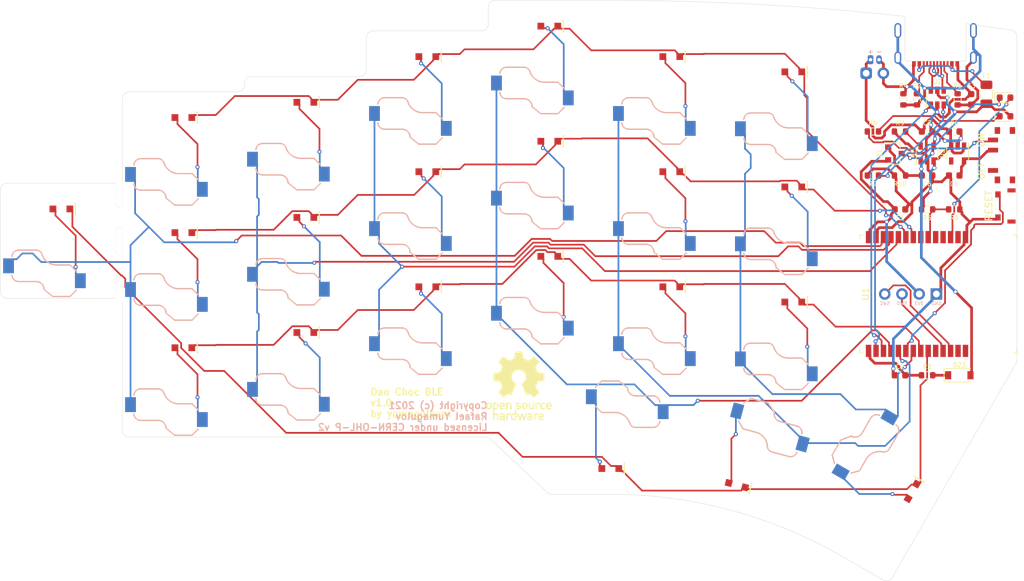
<source format=kicad_pcb>
(kicad_pcb (version 20211014) (generator pcbnew)
  (layers (0 "F.Cu" signal) (31 "B.Cu" signal) (34 "B.Paste" user) (35 "F.Paste" user) (36 "B.SilkS" user "B.Silkscreen") (37 "F.SilkS" user "F.Silkscreen") (38 "B.Mask" user) (39 "F.Mask" user) (44 "Edge.Cuts" user))
  (net 0 "")
  (net 1 "Net-(D1-Pad2)")
  (net 2 "ROW0")
  (net 3 "Net-(D2-Pad2)")
  (net 4 "Net-(D3-Pad2)")
  (net 5 "Net-(D4-Pad2)")
  (net 6 "Net-(D5-Pad2)")
  (net 7 "Net-(D6-Pad2)")
  (net 8 "Net-(D7-Pad2)")
  (net 9 "ROW1")
  (net 10 "Net-(D8-Pad2)")
  (net 11 "Net-(D9-Pad2)")
  (net 12 "Net-(D10-Pad2)")
  (net 13 "Net-(D11-Pad2)")
  (net 14 "Net-(D12-Pad2)")
  (net 15 "Net-(D13-Pad2)")
  (net 16 "ROW2")
  (net 17 "Net-(D14-Pad2)")
  (net 18 "Net-(D15-Pad2)")
  (net 19 "Net-(D16-Pad2)")
  (net 20 "Net-(D17-Pad2)")
  (net 21 "Net-(D18-Pad2)")
  (net 22 "Net-(D19-Pad2)")
  (net 23 "ROW3")
  (net 24 "Net-(D20-Pad2)")
  (net 25 "Net-(D21-Pad2)")
  (net 26 "Net-(D22-Pad2)")
  (net 27 "COL0")
  (net 28 "COL1")
  (net 29 "COL2")
  (net 30 "COL3")
  (net 31 "COL4")
  (net 32 "COL5")
  (net 33 "Net-(U1-Pad28)")
  (net 34 "Net-(U1-Pad24)")
  (net 35 "Net-(U1-Pad27)")
  (net 36 "Net-(U1-Pad2)")
  (net 37 "Net-(U1-Pad4)")
  (net 38 "Net-(U1-Pad5)")
  (net 39 "Net-(U1-Pad7)")
  (net 40 "Net-(J1-PadB8)")
  (net 41 "Net-(J1-PadA8)")
  (net 42 "Net-(J1-PadA5)")
  (net 43 "Net-(J1-PadB5)")
  (net 44 "VBAT")
  (net 45 "GND")
  (net 46 "+3V3")
  (net 47 "Net-(C2-Pad1)")
  (net 48 "GNDS")
  (net 49 "VBUS")
  (net 50 "REGBAT")
  (net 51 "Net-(D23-Pad1)")
  (net 52 "Net-(D24-Pad1)")
  (net 53 "BT_LED")
  (net 54 "Net-(F1-Pad2)")
  (net 55 "DBUS+")
  (net 56 "DBUS-")
  (net 57 "SWCLK")
  (net 58 "SWDIO")
  (net 59 "Net-(Q1-Pad3)")
  (net 60 "VSENSE")
  (net 61 "Net-(R9-Pad1)")
  (net 62 "RESET")
  (net 63 "D-")
  (net 64 "D+")
  (net 65 "Net-(R6-Pad1)")
  (net 66 "Net-(U3-Pad4)")
  (net 67 "Net-(D25-Pad1)")
  (net 68 "Net-(SW1-Pad1)")
  (footprint "dao-choc-ble:D_SOD-323" (layer "F.Cu") (at 9 3.8 180)
    (fp_text reference "D1" hide)
    (fp_text value "1N4148WS")
  )
  (footprint "dao-choc-ble:D_SOD-323" (layer "F.Cu") (at 27 1.55 180)
    (fp_text reference "D2" hide)
    (fp_text value "1N4148WS")
  )
  (footprint "dao-choc-ble:D_SOD-323" (layer "F.Cu") (at 45 -5.2 180)
    (fp_text reference "D3" hide)
    (fp_text value "1N4148WS")
  )
  (footprint "dao-choc-ble:D_SOD-323" (layer "F.Cu") (at 63 -9.7 180)
    (fp_text reference "D4" hide)
    (fp_text value "1N4148WS")
  )
  (footprint "dao-choc-ble:D_SOD-323" (layer "F.Cu") (at 81 -5.2 180)
    (fp_text reference "D5" hide)
    (fp_text value "1N4148WS")
  )
  (footprint "dao-choc-ble:D_SOD-323" (layer "F.Cu") (at 99 -2.95 180)
    (fp_text reference "D6" hide)
    (fp_text value "1N4148WS")
  )
  (footprint "dao-choc-ble:D_SOD-323" (layer "F.Cu") (at 9 20.8 180)
    (fp_text reference "D7" hide)
    (fp_text value "1N4148WS")
  )
  (footprint "dao-choc-ble:D_SOD-323" (layer "F.Cu") (at 27 18.55 180)
    (fp_text reference "D8" hide)
    (fp_text value "1N4148WS")
  )
  (footprint "dao-choc-ble:D_SOD-323" (layer "F.Cu") (at 45 11.8 180)
    (fp_text reference "D9" hide)
    (fp_text value "1N4148WS")
  )
  (footprint "dao-choc-ble:D_SOD-323" (layer "F.Cu") (at 63 7.3 180)
    (fp_text reference "D10" hide)
    (fp_text value "1N4148WS")
  )
  (footprint "dao-choc-ble:D_SOD-323" (layer "F.Cu") (at 81 11.8 180)
    (fp_text reference "D11" hide)
    (fp_text value "1N4148WS")
  )
  (footprint "dao-choc-ble:D_SOD-323" (layer "F.Cu") (at 99 14.05 180)
    (fp_text reference "D12" hide)
    (fp_text value "1N4148WS")
  )
  (footprint "dao-choc-ble:D_SOD-323" (layer "F.Cu") (at 9 37.8 180)
    (fp_text reference "D13" hide)
    (fp_text value "1N4148WS")
  )
  (footprint "dao-choc-ble:D_SOD-323" (layer "F.Cu") (at 27 35.55 180)
    (fp_text reference "D14" hide)
    (fp_text value "1N4148WS")
  )
  (footprint "dao-choc-ble:D_SOD-323" (layer "F.Cu") (at 45 28.8 180)
    (fp_text reference "D15" hide)
    (fp_text value "1N4148WS")
  )
  (footprint "dao-choc-ble:D_SOD-323" (layer "F.Cu") (at 63 24.3 180)
    (fp_text reference "D16" hide)
    (fp_text value "1N4148WS")
  )
  (footprint "dao-choc-ble:D_SOD-323" (layer "F.Cu") (at 81 28.8 180)
    (fp_text reference "D17" hide)
    (fp_text value "1N4148WS")
  )
  (footprint "dao-choc-ble:D_SOD-323" (layer "F.Cu") (at 99 31.05 180)
    (fp_text reference "D18" hide)
    (fp_text value "1N4148WS")
  )
  (footprint "dao-choc-ble:D_SOD-323" (layer "F.Cu") (at -9 17.3 180)
    (fp_text reference "D19" hide)
    (fp_text value "1N4148WS")
  )
  (footprint "dao-choc-ble:D_SOD-323" (layer "F.Cu") (at 72 55.6382 180)
    (fp_text reference "D20" hide)
    (fp_text value "1N4148WS")
  )
  (footprint "dao-choc-ble:D_SOD-323" (layer "F.Cu") (at 90.6768 58.097 165)
    (fp_text reference "D21" hide)
    (fp_text value "1N4148WS")
  )
  (footprint "dao-choc-ble:D_SOD-323" (layer "F.Cu") (at 116.568 59.0056 -120)
    (fp_text reference "D22" hide)
    (fp_text value "1N4148WS")
  )
  (footprint "dao-choc-ble:Kailh_PG1350_hotswap" (layer "F.Cu") (at 9 8.5)
    (fp_text reference "K1")
    (fp_text value "KEY_SWITCH" hide)
  )
  (footprint "dao-choc-ble:Kailh_PG1350_hotswap" (layer "F.Cu") (at 27 6.25)
    (fp_text reference "K2")
    (fp_text value "KEY_SWITCH" hide)
  )
  (footprint "dao-choc-ble:Kailh_PG1350_hotswap" (layer "F.Cu") (at 45 -0.5)
    (fp_text reference "K3")
    (fp_text value "KEY_SWITCH" hide)
  )
  (footprint "dao-choc-ble:Kailh_PG1350_hotswap" (layer "F.Cu") (at 63 -5)
    (fp_text reference "K4")
    (fp_text value "KEY_SWITCH" hide)
  )
  (footprint "dao-choc-ble:Kailh_PG1350_hotswap" (layer "F.Cu") (at 81 -0.5)
    (fp_text reference "K5")
    (fp_text value "KEY_SWITCH" hide)
  )
  (footprint "dao-choc-ble:Kailh_PG1350_hotswap" (layer "F.Cu") (at 99 1.75)
    (fp_text reference "K6")
    (fp_text value "KEY_SWITCH" hide)
  )
  (footprint "dao-choc-ble:Kailh_PG1350_hotswap" (layer "F.Cu") (at 9 25.5)
    (fp_text reference "K7")
    (fp_text value "KEY_SWITCH" hide)
  )
  (footprint "dao-choc-ble:Kailh_PG1350_hotswap" (layer "F.Cu") (at 27 23.25)
    (fp_text reference "K8")
    (fp_text value "KEY_SWITCH" hide)
  )
  (footprint "dao-choc-ble:Kailh_PG1350_hotswap" (layer "F.Cu") (at 45 16.5)
    (fp_text reference "K9")
    (fp_text value "KEY_SWITCH" hide)
  )
  (footprint "dao-choc-ble:Kailh_PG1350_hotswap" (layer "F.Cu") (at 63 12)
    (fp_text reference "K10")
    (fp_text value "KEY_SWITCH" hide)
  )
  (footprint "dao-choc-ble:Kailh_PG1350_hotswap" (layer "F.Cu") (at 81 16.5)
    (fp_text reference "K11")
    (fp_text value "KEY_SWITCH" hide)
  )
  (footprint "dao-choc-ble:Kailh_PG1350_hotswap" (layer "F.Cu") (at 99 18.75)
    (fp_text reference "K12")
    (fp_text value "KEY_SWITCH" hide)
  )
  (footprint "dao-choc-ble:Kailh_PG1350_hotswap" (layer "F.Cu") (at 9 42.5)
    (fp_text reference "K13")
    (fp_text value "KEY_SWITCH" hide)
  )
  (footprint "dao-choc-ble:Kailh_PG1350_hotswap" (layer "F.Cu") (at 27 40.25)
    (fp_text reference "K14")
    (fp_text value "KEY_SWITCH" hide)
  )
  (footprint "dao-choc-ble:Kailh_PG1350_hotswap" (layer "F.Cu") (at 45 33.5)
    (fp_text reference "K15")
    (fp_text value "KEY_SWITCH" hide)
  )
  (footprint "dao-choc-ble:Kailh_PG1350_hotswap" (layer "F.Cu") (at 63 29)
    (fp_text reference "K16")
    (fp_text value "KEY_SWITCH" hide)
  )
  (footprint "dao-choc-ble:Kailh_PG1350_hotswap" (layer "F.Cu") (at 81 33.5)
    (fp_text reference "K17")
    (fp_text value "KEY_SWITCH" hide)
  )
  (footprint "dao-choc-ble:Kailh_PG1350_hotswap" (layer "F.Cu") (at 99 35.75)
    (fp_text reference "K18")
    (fp_text value "KEY_SWITCH" hide)
  )
  (footprint "dao-choc-ble:Kailh_PG1350_hotswap" (layer "F.Cu") (at -9 22)
    (fp_text reference "K19")
    (fp_text value "KEY_SWITCH" hide)
  )
  (footprint "dao-choc-ble:Kailh_PG1350_hotswap" (layer "F.Cu") (at 72 50.9382 180)
    (fp_text reference "K20")
    (fp_text value "KEY_SWITCH" hide)
  )
  (footprint "dao-choc-ble:Kailh_PG1350_hotswap" (layer "F.Cu") (at 91.8933 53.5572 165)
    (fp_text reference "K21")
    (fp_text value "KEY_SWITCH" hide)
  )
  (footprint "dao-choc-ble:Kailh_PG1350_hotswap" (layer "F.Cu") (at 112.498 56.6556 -120)
    (fp_text reference "K22")
    (fp_text value "KEY_SWITCH" hide)
  )
  (footprint "dao-choc-ble:MINEW_MS88SF2" (layer "F.Cu") (at 132 29.8614 -90)
    (fp_text reference "U1")
    (fp_text value "MS88SF2")
  )
  (footprint "dao-choc-ble:Hole_4.2mm" (layer "F.Cu") (at 17.707 17)
    (fp_text reference "H1" hide)
    (fp_text value "MountingHole 4.2mm" hide)
  )
  (footprint "dao-choc-ble:Hole_4.2mm" (layer "F.Cu") (at 90.293 10.25)
    (fp_text reference "H2" hide)
    (fp_text value "MountingHole 4.2mm" hide)
  )
  (footprint "dao-choc-ble:Hole_4.2mm" (layer "F.Cu") (at 17.707 34)
    (fp_text reference "H3" hide)
    (fp_text value "MountingHole 4.2mm" hide)
  )
  (footprint "dao-choc-ble:Hole_4.2mm" (layer "F.Cu") (at 70.0309 39.9691)
    (fp_text reference "H4" hide)
    (fp_text value "MountingHole 4.2mm" hide)
  )
  (footprint "dao-choc-ble:Hole_4.2mm" (layer "F.Cu") (at 104.958 47.0715)
    (fp_text reference "H5" hide)
    (fp_text value "MountingHole 4.2mm" hide)
  )
  (footprint "dao-choc-ble:Hole_2.2mm" (layer "F.Cu") (at 111.1 -8.4803)
    (fp_text reference "H6" hide)
    (fp_text value "MountingHole 2.2mm" hide)
  )
  (footprint "dao-choc-ble:Hole_2.2mm" (layer "F.Cu") (at 128.9 -6.3236)
    (fp_text reference "H7" hide)
    (fp_text value "MountingHole 2.2mm" hide)
  )
  (footprint "dao-choc-ble:Hole_2.2mm" (layer "F.Cu") (at 125.474 44.9795)
    (fp_text reference "H8" hide)
    (fp_text value "MountingHole 2.2mm" hide)
  )
  (footprint "Capacitor_SMD:C_0603_1608Metric" (layer "F.Cu") (at 114.75 17.3614)
    (fp_text reference "C1")
    (fp_text value "10uF")
  )
  (footprint "Capacitor_SMD:C_0603_1608Metric" (layer "F.Cu") (at 114.75 41.8614 180)
    (fp_text reference "C2")
    (fp_text value "10uF")
  )
  (footprint "Capacitor_SMD:C_0603_1608Metric" (layer "F.Cu") (at 125.25 1.1114 -90)
    (fp_text reference "C3")
    (fp_text value "1nF")
  )
  (footprint "Capacitor_SMD:C_0603_1608Metric" (layer "F.Cu") (at 118.75 12.3614)
    (fp_text reference "C6")
    (fp_text value "4.7uF")
  )
  (footprint "Capacitor_SMD:C_0603_1608Metric" (layer "F.Cu") (at 118.75 5.8614)
    (fp_text reference "C7")
    (fp_text value "4.7uF")
  )
  (footprint "Capacitor_SMD:C_0603_1608Metric" (layer "F.Cu") (at 122.75 5.8614)
    (fp_text reference "C4")
    (fp_text value "10uF")
  )
  (footprint "Capacitor_SMD:C_0603_1608Metric" (layer "F.Cu") (at 122.75 12.3614 180)
    (fp_text reference "C5")
    (fp_text value "10uF")
  )
  (footprint "Diode_SMD:D_SOD-123" (layer "F.Cu") (at 123.5 41.8614)
    (fp_text reference "D23")
    (fp_text value "1N5819W")
  )
  (footprint "LED_SMD:LED_0603_1608Metric" (layer "F.Cu") (at 130.25 3.6114)
    (fp_text reference "D24" hide)
    (fp_text value "RED" hide)
  )
  (footprint "LED_SMD:LED_0603_1608Metric" (layer "F.Cu") (at 130.25 0.8614)
    (fp_text reference "D25" hide)
    (fp_text value "BLUE" hide)
  )
  (footprint "Resistor_SMD:R_0603_1608Metric" (layer "F.Cu") (at 118.75 41.8614 180)
    (fp_text reference "R3")
    (fp_text value "4.7")
  )
  (footprint "Resistor_SMD:R_0603_1608Metric" (layer "F.Cu") (at 118.75 17.3614)
    (fp_text reference "R5")
    (fp_text value "806k")
  )
  (footprint "Resistor_SMD:R_0603_1608Metric" (layer "F.Cu") (at 122.75 17.3614)
    (fp_text reference "R8")
    (fp_text value "2M")
  )
  (footprint "Resistor_SMD:R_0603_1608Metric" (layer "F.Cu") (at 115.25 1.1114 -90)
    (fp_text reference "R4")
    (fp_text value "1M")
  )
  (footprint "Resistor_SMD:R_0603_1608Metric" (layer "F.Cu") (at 114.75 5.8614 180)
    (fp_text reference "R9")
    (fp_text value "RPROG")
  )
  (footprint "Resistor_SMD:R_0603_1608Metric" (layer "F.Cu") (at 117.25 1.1114 90)
    (fp_text reference "R2")
    (fp_text value "5.1k")
  )
  (footprint "Resistor_SMD:R_0603_1608Metric" (layer "F.Cu") (at 114.75 12.3614)
    (fp_text reference "R10")
    (fp_text value "100k")
  )
  (footprint "dao-choc-ble:MSK-12C02" (layer "F.Cu") (at 131.5 9.3614 -90)
    (fp_text reference "SW1" hide)
    (fp_text value "ON_OFF")
  )
  (footprint "dao-choc-ble:TS-1086E" (layer "F.Cu") (at 131.5 16.8614 -90)
    (fp_text reference "SW2" hide)
    (fp_text value "RESET")
  )
  (footprint "Package_TO_SOT_SMD:SOT-23-5" (layer "F.Cu") (at 118.75 9.1114 90)
    (fp_text reference "U4")
    (fp_text value "MCP73831")
  )
  (footprint "Package_TO_SOT_SMD:SOT-23-6" (layer "F.Cu") (at 120.25 0.8614 90)
    (fp_text reference "U2")
    (fp_text value "USBLC6-2SC6")
  )
  (footprint "Package_TO_SOT_SMD:SOT-23-5" (layer "F.Cu") (at 123.25 9.1114 -90)
    (fp_text reference "U3")
    (fp_text value "XC6220")
  )
  (footprint "Fuse:Fuse_1206_3216Metric" (layer "F.Cu") (at 127.5 0.3614 90)
    (fp_text reference "F1")
    (fp_text value "500mA")
  )
  (footprint "Resistor_SMD:R_0603_1608Metric" (layer "F.Cu") (at 123.25 1.1114 90)
    (fp_text reference "R1")
    (fp_text value "5.1k")
  )
  (footprint "dao-choc-ble:Battery" (layer "F.Cu") (at 110.4 -4.7437)
    (fp_text reference "BT1" hide)
    (fp_text value "Battery_Cell")
  )
  (footprint "Package_TO_SOT_SMD:SOT-23" (layer "F.Cu") (at 114 9.1114)
    (fp_text reference "Q1")
    (fp_text value "AO3401A")
  )
  (footprint "Resistor_SMD:R_0603_1608Metric" (layer "F.Cu") (at 110.75 12.3614)
    (fp_text reference "R7")
    (fp_text value "1k")
  )
  (footprint "Resistor_SMD:R_0603_1608Metric" (layer "F.Cu") (at 110.75 5.8614)
    (fp_text reference "R6")
    (fp_text value "1k")
  )
  (footprint "dao-choc-ble:Slot" (layer "F.Cu") (at -0.5 22)
    (fp_text reference "H9" hide)
    (fp_text value "Slot" hide)
  )
  (footprint "dao-choc-ble:OSHW-logo" (layer "F.Cu") (at 58.5 43.4382)
    (fp_text reference "LOGO1" hide)
    (fp_text value "LOGO" hide)
  )
  (footprint "dao-choc-ble:USB-C_C168688" (layer "F.Cu") (at 120 -11.1437)
    (fp_text reference "J1" hide)
    (fp_text value "USB")
  )
  (footprint "dao-choc-ble:PROG" (layer "B.Cu") (at 120.12 29.8614 90)
    (fp_text reference "J2" hide)
    (fp_text value "PROG")
  )
  (gr_arc (start 18 -1) (mid 17.707107 -0.292893) (end 17 0) (layer "Edge.Cuts") (width 0.05))
  (gr_line (start 124.524999 -4.793719) (end 124.524999 -10.055951) (layer "Edge.Cuts") (width 0.05))
  (gr_line (start 36 -3.249999) (end 36 -7.999999) (layer "Edge.Cuts") (width 0.05))
  (gr_arc (start 0.000001 23.5) (mid -0.499999 24) (end -0.999999 23.5) (layer "Edge.Cuts") (width 0.05))
  (gr_line (start -17.999999 29.499999) (end -17.999999 14.5) (layer "Edge.Cuts") (width 0.05))
  (gr_line (start 132 -8.138602) (end 132 39.608941) (layer "Edge.Cuts") (width 0.05))
  (gr_line (start 54 -9.999999) (end 54 -12.499999) (layer "Edge.Cuts") (width 0.05))
  (gr_arc (start 53.60453 51) (mid 53.972286 51.070078) (end 54.288499 51.270489) (layer "Edge.Cuts") (width 0.05))
  (gr_line (start 55 -13.499999) (end 72 -13.499999) (layer "Edge.Cuts") (width 0.05))
  (gr_arc (start 36 -3.249999) (mid 35.707107 -2.542892) (end 35 -2.249999) (layer "Edge.Cuts") (width 0.05))
  (gr_line (start 18 -0.999999) (end 18 -1.249999) (layer "Edge.Cuts") (width 0.05))
  (gr_line (start -0.999999 28) (end -1 30.499999) (layer "Edge.Cuts") (width 0.05))
  (gr_line (start 0 16.5) (end 0 1) (layer "Edge.Cuts") (width 0.05))
  (gr_line (start 37 -8.999999) (end 53 -8.999999) (layer "Edge.Cuts") (width 0.05))
  (gr_arc (start 0 1) (mid 0.292893 0.292893) (end 1 0) (layer "Edge.Cuts") (width 0.05))
  (gr_line (start -1 30.499999) (end -16.999999 30.5) (layer "Edge.Cuts") (width 0.05))
  (gr_arc (start -0.999998 20.5) (mid -0.499999 20.000001) (end 0 20.5) (layer "Edge.Cuts") (width 0.05))
  (gr_line (start 62.7115 59.167663) (end 54.288499 51.270489) (layer "Edge.Cuts") (width 0.05))
  (gr_arc (start 124.524999 -4.793719) (mid 124.451776 -4.616942) (end 124.274999 -4.543719) (layer "Edge.Cuts") (width 0.05))
  (gr_arc (start 54 -12.499999) (mid 54.292893 -13.207106) (end 55 -13.499999) (layer "Edge.Cuts") (width 0.05))
  (gr_line (start 19 -2.249999) (end 35 -2.249999) (layer "Edge.Cuts") (width 0.05))
  (gr_line (start 53.60453 51) (end 0.999999 51) (layer "Edge.Cuts") (width 0.05))
  (gr_arc (start 18 -1.249999) (mid 18.292893 -1.957106) (end 19 -2.249999) (layer "Edge.Cuts") (width 0.05))
  (gr_arc (start 113.609097 71.730869) (mid 113.00189 72.196795) (end 112.243071 72.096895) (layer "Edge.Cuts") (width 0.05))
  (gr_line (start 115.724999 -4.543719) (end 124.274999 -4.543719) (layer "Edge.Cuts") (width 0.05))
  (gr_arc (start -0.999998 28) (mid -0.499999 27.500001) (end 0 28) (layer "Edge.Cuts") (width 0.05))
  (gr_line (start -0.999999 13.5) (end -0.999999 16.5) (layer "Edge.Cuts") (width 0.05))
  (gr_arc (start 71.999999 -13.5) (mid 93.769402 -12.910498) (end 115.474999 -11.143719) (layer "Edge.Cuts") (width 0.05))
  (gr_line (start 124.524999 -10.055951) (end 131.14704 -9.127732) (layer "Edge.Cuts") (width 0.05))
  (gr_line (start 1 0) (end 17 0) (layer "Edge.Cuts") (width 0.05))
  (gr_arc (start 115.724999 -4.543719) (mid 115.548222 -4.616942) (end 115.474999 -4.793719) (layer "Edge.Cuts") (width 0.05))
  (gr_arc (start 0.000001 16.5) (mid -0.499999 17) (end -0.999999 16.5) (layer "Edge.Cuts") (width 0.05))
  (gr_line (start 0 50) (end 0 28) (layer "Edge.Cuts") (width 0.05))
  (gr_line (start -0.999999 20.5) (end -0.999999 23.5) (layer "Edge.Cuts") (width 0.05))
  (gr_line (start 131.866025 40.108941) (end 113.609096 71.730869) (layer "Edge.Cuts") (width 0.05))
  (gr_arc (start -17.999999 14.5) (mid -17.707106 13.792893) (end -16.999999 13.5) (layer "Edge.Cuts") (width 0.05))
  (gr_arc (start -16.999999 30.499999) (mid -17.707106 30.207106) (end -17.999999 29.499999) (layer "Edge.Cuts") (width 0.05))
  (gr_arc (start 36 -7.999999) (mid 36.292893 -8.707106) (end 37 -8.999999) (layer "Edge.Cuts") (width 0.05))
  (gr_arc (start 0.999999 50.999999) (mid 0.292893 50.707106) (end 0 50) (layer "Edge.Cuts") (width 0.05))
  (gr_arc (start 89.693332 61.767524) (mid 97.930011 64.546234) (end 105.74788 68.346895) (layer "Edge.Cuts") (width 0.05))
  (gr_line (start 115.474999 -11.143719) (end 115.474999 -4.793719) (layer "Edge.Cuts") (width 0.05))
  (gr_arc (start 54 -9.999999) (mid 53.707107 -9.292892) (end 53 -8.999999) (layer "Edge.Cuts") (width 0.05))
  (gr_line (start 0 23.5) (end 0 20.5) (layer "Edge.Cuts") (width 0.05))
  (gr_line (start 112.243071 72.096895) (end 105.74788 68.346895) (layer "Edge.Cuts") (width 0.05))
  (gr_arc (start 132 39.608941) (mid 131.965926 39.86776) (end 131.866025 40.108941) (layer "Edge.Cuts") (width 0.05))
  (gr_arc (start 71.999999 59.438151) (mid 80.923003 60.022996) (end 89.693332 61.767523) (layer "Edge.Cuts") (width 0.05))
  (gr_line (start -16.999999 13.5) (end -0.999999 13.5) (layer "Edge.Cuts") (width 0.05))
  (gr_arc (start 131.14704 -9.127732) (mid 131.757311 -8.791656) (end 132 -8.138602) (layer "Edge.Cuts") (width 0.05))
  (gr_arc (start 63.395469 59.438152) (mid 63.027713 59.368074) (end 62.7115 59.167663) (layer "Edge.Cuts") (width 0.05))
  (gr_line (start 72 59.438152) (end 63.395469 59.438152) (layer "Edge.Cuts") (width 0.05))
  (gr_text "Copyright (c) 2021\nRafael Yumagulov\nLicensed under CERN-OHL-P v2" (at 54 47.9382) (layer "B.SilkS") (effects (font (size 1 1) (thickness 0.2)) (justify left mirror)))
  (gr_text "Dao Choc BLE\nv1.0\nby yumagulovrn" (at 36.5 45.9382) (layer "F.SilkS") (effects (font (size 1 1) (thickness 0.2)) (justify left)))
  (segment (start 7.75 3.8) (end 8.125 4.175) (width 0.25) (layer "F.Cu") (net 1))
  (segment (start 8.125 4.7605) (end 11.0833 7.7188) (width 0.25) (layer "F.Cu") (net 1))
  (segment (start 11.0833 7.7188) (end 11.0833 11.1093) (width 0.25) (layer "F.Cu") (net 1))
  (segment (start 8.125 4.3) (end 8.125 4.7605) (width 0.25) (layer "F.Cu") (net 1))
  (segment (start 8.125 4.175) (end 8.125 4.3) (width 0.25) (layer "F.Cu") (net 1))
  (via (at 11.0833 11.1093) (size 0.6) (drill 0.3) (layers "F.Cu" "B.Cu") (net 1))
  (segment (start 11.125 13.3) (end 11.125 13.425) (width 0.25) (layer "B.Cu") (net 1))
  (segment (start 11.125 13.425) (end 11.8 14.4) (width 0.25) (layer "B.Cu") (net 1))
  (segment (start 11.0833 11.1093) (end 11.125 11.151) (width 0.25) (layer "B.Cu") (net 1))
  (segment (start 11.125 11.151) (end 11.125 13.3) (width 0.25) (layer "B.Cu") (net 1))
  (segment (start 63.475 -9.0932) (end 63.475 -9.1018) (width 0.25) (layer "F.Cu") (net 2))
  (segment (start 63.475 -9.1018) (end 63.6982 -9.325) (width 0.25) (layer "F.Cu") (net 2))
  (segment (start 45.875 -4.7) (end 45.875 -4.825) (width 0.25) (layer "F.Cu") (net 2))
  (segment (start 46.625 -5.575) (end 46.75 -5.575) (width 0.25) (layer "F.Cu") (net 2))
  (segment (start 60.6573 -6.2755) (end 63.475 -9.0932) (width 0.25) (layer "F.Cu") (net 2))
  (segment (start 115.335 20.6864) (end 115.61 21.4614) (width 0.25) (layer "F.Cu") (net 2))
  (segment (start 99.875 -3.325) (end 100.25 -2.95) (width 0.25) (layer "F.Cu") (net 2))
  (segment (start 100.625 -2.45) (end 100.625 0.5105) (width 0.25) (layer "F.Cu") (net 2))
  (segment (start 28.25 1.55) (end 28.625 1.175) (width 0.25) (layer "F.Cu") (net 2))
  (segment (start 85.7861 -5.575) (end 85.8366 -5.6255) (width 0.25) (layer "F.Cu") (net 2))
  (segment (start 27.5018 0.625) (end 27.875 0.9982) (width 0.25) (layer "F.Cu") (net 2))
  (segment (start 16.586 0.625) (end 27.5018 0.625) (width 0.25) (layer "F.Cu") (net 2))
  (segment (start 13.786 3.425) (end 16.586 0.625) (width 0.25) (layer "F.Cu") (net 2))
  (segment (start 45.875 -4.6482) (end 45.875 -4.7) (width 0.25) (layer "F.Cu") (net 2))
  (segment (start 63.6982 -9.325) (end 63.75 -9.325) (width 0.25) (layer "F.Cu") (net 2))
  (segment (start 101.0255 0.911) (end 101.0255 5.8107) (width 0.25) (layer "F.Cu") (net 2))
  (segment (start 34.7365 -1.7755) (end 43.0023 -1.7755) (width 0.25) (layer "F.Cu") (net 2))
  (segment (start 99.875 -3.5018) (end 99.875 -3.45) (width 0.25) (layer "F.Cu") (net 2))
  (segment (start 50.4866 -6.2755) (end 60.6573 -6.2755) (width 0.25) (layer "F.Cu") (net 2))
  (segment (start 28.75 1.175) (end 31.786 1.175) (width 0.25) (layer "F.Cu") (net 2))
  (segment (start 100.625 -2.575) (end 100.625 -2.45) (width 0.25) (layer "F.Cu") (net 2))
  (segment (start 81.875 -5.575) (end 82.25 -5.2) (width 0.25) (layer "F.Cu") (net 2))
  (segment (start 114.8961 19.9465) (end 115.335 20.3854) (width 0.25) (layer "F.Cu") (net 2))
  (segment (start 27.875 1.175) (end 28.25 1.55) (width 0.25) (layer "F.Cu") (net 2))
  (segment (start 63.875 -9.325) (end 64.25 -9.7) (width 0.25) (layer "F.Cu") (net 2))
  (segment (start 112.6741 17.4233) (end 112.6741 18.233) (width 0.25) (layer "F.Cu") (net 2))
  (segment (start 10.75 3.425) (end 13.786 3.425) (width 0.25) (layer "F.Cu") (net 2))
  (segment (start 43.0023 -1.7755) (end 45.875 -4.6482) (width 0.25) (layer "F.Cu") (net 2))
  (segment (start 115.335 20.5614) (end 115.335 20.6864) (width 0.25) (layer "F.Cu") (net 2))
  (segment (start 49.7861 -5.575) (end 50.4866 -6.2755) (width 0.25) (layer "F.Cu") (net 2))
  (segment (start 27.875 1.05) (end 27.875 1.175) (width 0.25) (layer "F.Cu") (net 2))
  (segment (start 64.25 -9.7) (end 64.625 -9.325) (width 0.25) (layer "F.Cu") (net 2))
  (segment (start 28.625 1.175) (end 28.75 1.175) (width 0.25) (layer "F.Cu") (net 2))
  (segment (start 115.335 20.3854) (end 115.335 20.5614) (width 0.25) (layer "F.Cu") (net 2))
  (segment (start 100.25 -2.95) (end 100.625 -2.575) (width 0.25) (layer "F.Cu") (net 2))
  (segment (start 114.8286 19.9465) (end 114.8961 19.9465) (width 0.25) (layer "F.Cu") (net 2))
  (segment (start 101.0255 5.8107) (end 112.054 16.8392) (width 0.25) (layer "F.Cu") (net 2))
  (segment (start 97.7513 -5.6255) (end 99.875 -3.5018) (width 0.25) (layer "F.Cu") (net 2))
  (segment (start 100.625 0.5105) (end 101.0255 0.911) (width 0.25) (layer "F.Cu") (net 2))
  (segment (start 112.09 16.8392) (end 112.6741 17.4233) (width 0.25) (layer "F.Cu") (net 2))
  (segment (start 81.5018 -6.125) (end 81.875 -5.7518) (width 0.25) (layer "F.Cu") (net 2))
  (segment (start 64.75 -9.325) (end 65.9788 -9.325) (width 0.25) (layer "F.Cu") (net 2))
  (segment (start 27.875 0.9982) (end 27.875 1.05) (width 0.25) (layer "F.Cu") (net 2))
  (segment (start 85.8366 -5.6255) (end 97.7513 -5.6255) (width 0.25) (layer "F.Cu") (net 2))
  (segment (start 81.875 -5.7518) (end 81.875 -5.7) (width 0.25) (layer "F.Cu") (net 2))
  (segment (start 64.625 -9.325) (end 64.75 -9.325) (width 0.25) (layer "F.Cu") (net 2))
  (segment (start 82.75 -5.575) (end 85.7861 -5.575) (width 0.25) (layer "F.Cu") (net 2))
  (segment (start 65.9788 -9.325) (end 69.1788 -6.125) (width 0.25) (layer "F.Cu") (net 2))
  (segment (start 46.75 -5.575) (end 49.7861 -5.575) (width 0.25) (layer "F.Cu") (net 2))
  (segment (start 82.25 -5.2) (end 82.625 -5.575) (width 0.25) (layer "F.Cu") (net 2))
  (segment (start 82.625 -5.575) (end 82.75 -5.575) (width 0.25) (layer "F.Cu") (net 2))
  (segment (start 10.25 3.8) (end 10.625 3.425) (width 0.25) (layer "F.Cu") (net 2))
  (segment (start 63.75 -9.325) (end 63.875 -9.325) (width 0.25) (layer "F.Cu") (net 2))
  (segment (start 69.1788 -6.125) (end 81.5018 -6.125) (width 0.25) (layer "F.Cu") (net 2))
  (segment (start 10.625 3.425) (end 10.75 3.425) (width 0.25) (layer "F.Cu") (net 2))
  (segment (start 81.875 -5.7) (end 81.875 -5.575) (width 0.25) (layer "F.Cu") (net 2))
  (segment (start 31.786 1.175) (end 34.7365 -1.7755) (width 0.25) (layer "F.Cu") (net 2))
  (segment (start 45.875 -4.825) (end 46.25 -5.2) (width 0.25) (layer "F.Cu") (net 2))
  (segment (start 112.054 16.8392) (end 112.09 16.8392) (width 0.25) (layer "F.Cu") (net 2))
  (segment (start 99.875 -3.45) (end 99.875 -3.325) (width 0.25) (layer "F.Cu") (net 2))
  (segment (start 46.25 -5.2) (end 46.625 -5.575) (width 0.25) (layer "F.Cu") (net 2))
  (via (at 114.8286 19.9465) (size 0.6) (drill 0.3) (layers "F.Cu" "B.Cu") (net 2))
  (via (at 112.6741 18.233) (size 0.6) (drill 0.3) (layers "F.Cu" "B.Cu") (net 2))
  (segment (start 113.1151 18.233) (end 114.8286 19.9465) (width 0.25) (layer "B.Cu") (net 2))
  (segment (start 112.6741 18.233) (end 113.1151 18.233) (width 0.25) (layer "B.Cu") (net 2))
  (segment (start 26.125 1.925) (end 26.125 2.05) (width 0.25) (layer "F.Cu") (net 3))
  (segment (start 25.75 1.55) (end 26.125 1.925) (width 0.25) (layer "F.Cu") (net 3))
  (segment (start 29.0833 5.4688) (end 29.0833 8.8593) (width 0.25) (layer "F.Cu") (net 3))
  (segment (start 26.125 2.05) (end 26.125 2.5105) (width 0.25) (layer "F.Cu") (net 3))
  (segment (start 26.125 2.5105) (end 29.0833 5.4688) (width 0.25) (layer "F.Cu") (net 3))
  (via (at 29.0833 8.8593) (size 0.6) (drill 0.3) (layers "F.Cu" "B.Cu") (net 3))
  (segment (start 29.0833 8.8593) (end 29.125 8.901) (width 0.25) (layer "B.Cu") (net 3))
  (segment (start 29.125 8.901) (end 29.125 11.05) (width 0.25) (layer "B.Cu") (net 3))
  (segment (start 29.125 11.175) (end 29.8 12.15) (width 0.25) (layer "B.Cu") (net 3))
  (segment (start 29.125 11.05) (end 29.125 11.175) (width 0.25) (layer "B.Cu") (net 3))
  (segment (start 44.0626 -4.7) (end 44.0626 -4.2) (width 0.25) (layer "F.Cu") (net 4))
  (segment (start 44.0626 -4.825) (end 44.0626 -4.7) (width 0.25) (layer "F.Cu") (net 4))
  (segment (start 43.75 -5.2) (end 44.0626 -4.825) (width 0.25) (layer "F.Cu") (net 4))
  (via (at 44.0626 -4.2) (size 0.6) (drill 0.3) (layers "F.Cu" "B.Cu") (net 4))
  (segment (start 47.125 4.425) (end 47.8 5.4) (width 0.25) (layer "B.Cu") (net 4))
  (segment (start 44.0626 -4.2) (end 44.1644 -4.2) (width 0.25) (layer "B.Cu") (net 4))
  (segment (start 47.125 -1.2394) (end 47.125 4.3) (width 0.25) (layer "B.Cu") (net 4))
  (segment (start 47.125 4.3) (end 47.125 4.425) (width 0.25) (layer "B.Cu") (net 4))
  (segment (start 44.1644 -4.2) (end 47.125 -1.2394) (width 0.25) (layer "B.Cu") (net 4))
  (segment (start 62.25 -9.3935) (end 62.75 -9.3935) (width 0.25) (layer "F.Cu") (net 5))
  (segment (start 61.75 -9.7) (end 62.125 -9.3935) (width 0.25) (layer "F.Cu") (net 5))
  (segment (start 62.125 -9.3935) (end 62.25 -9.3935) (width 0.25) (layer "F.Cu") (net 5))
  (via (at 62.75 -9.3935) (size 0.6) (drill 0.3) (layers "F.Cu" "B.Cu") (net 5))
  (segment (start 65.125 -0.2) (end 65.125 -0.075) (width 0.25) (layer "B.Cu") (net 5))
  (segment (start 62.75 -9.3935) (end 65.125 -7.0185) (width 0.25) (layer "B.Cu") (net 5))
  (segment (start 65.125 -7.0185) (end 65.125 -0.2) (width 0.25) (layer "B.Cu") (net 5))
  (segment (start 65.125 -0.075) (end 65.8 0.9) (width 0.25) (layer "B.Cu") (net 5))
  (segment (start 79.75 -5.2) (end 80.125 -4.825) (width 0.25) (layer "F.Cu") (net 6))
  (segment (start 83.0832 -1.2812) (end 83.0832 2.1094) (width 0.25) (layer "F.Cu") (net 6))
  (segment (start 80.125 -4.7) (end 80.125 -4.2394) (width 0.25) (layer "F.Cu") (net 6))
  (segment (start 80.125 -4.2394) (end 83.0832 -1.2812) (width 0.25) (layer "F.Cu") (net 6))
  (segment (start 80.125 -4.825) (end 80.125 -4.7) (width 0.25) (layer "F.Cu") (net 6))
  (via (at 83.0832 2.1094) (size 0.6) (drill 0.3) (layers "F.Cu" "B.Cu") (net 6))
  (segment (start 83.0832 2.1094) (end 83.125 2.1512) (width 0.25) (layer "B.Cu") (net 6))
  (segment (start 83.125 2.1512) (end 83.125 4.3) (width 0.25) (layer "B.Cu") (net 6))
  (segment (start 83.125 4.3) (end 83.125 4.425) (width 0.25) (layer "B.Cu") (net 6))
  (segment (start 83.125 4.425) (end 83.8 5.4) (width 0.25) (layer "B.Cu") (net 6))
  (segment (start 98.125 -2.2845) (end 98.8578 -1.5517) (width 0.25) (layer "F.Cu") (net 7))
  (segment (start 97.75 -2.95) (end 98.125 -2.575) (width 0.25) (layer "F.Cu") (net 7))
  (segment (start 98.125 -2.575) (end 98.125 -2.45) (width 0.25) (layer "F.Cu") (net 7))
  (segment (start 98.125 -2.45) (end 98.125 -2.2845) (width 0.25) (layer "F.Cu") (net 7))
  (via (at 98.8578 -1.5517) (size 0.6) (drill 0.3) (layers "F.Cu" "B.Cu") (net 7))
  (segment (start 98.8578 -1.5517) (end 101.125 0.7155) (width 0.25) (layer "B.Cu") (net 7))
  (segment (start 101.125 6.55) (end 101.125 6.675) (width 0.25) (layer "B.Cu") (net 7))
  (segment (start 101.125 6.675) (end 101.8 7.65) (width 0.25) (layer "B.Cu") (net 7))
  (segment (start 101.125 0.7155) (end 101.125 6.55) (width 0.25) (layer "B.Cu") (net 7))
  (segment (start 8.125 21.3) (end 8.125 21.7605) (width 0.25) (layer "F.Cu") (net 8))
  (segment (start 8.125 21.175) (end 8.125 21.3) (width 0.25) (layer "F.Cu") (net 8))
  (segment (start 11.0833 24.7188) (end 11.0833 28.1093) (width 0.25) (layer "F.Cu") (net 8))
  (segment (start 7.75 20.8) (end 8.125 21.175) (width 0.25) (layer "F.Cu") (net 8))
  (segment (start 8.125 21.7605) (end 11.0833 24.7188) (width 0.25) (layer "F.Cu") (net 8))
  (via (at 11.0833 28.1093) (size 0.6) (drill 0.3) (layers "F.Cu" "B.Cu") (net 8))
  (segment (start 11.125 30.3) (end 11.125 30.425) (width 0.25) (layer "B.Cu") (net 8))
  (segment (start 11.0833 28.1093) (end 11.125 28.151) (width 0.25) (layer "B.Cu") (net 8))
  (segment (start 11.125 30.425) (end 11.8 31.4) (width 0.25) (layer "B.Cu") (net 8))
  (segment (start 11.125 28.151) (end 11.125 30.3) (width 0.25) (layer "B.Cu") (net 8))
  (segment (start 81.875 11.2482) (end 81.875 11.3) (width 0.25) (layer "F.Cu") (net 9))
  (segment (start 67.8365 6.8745) (end 77.5013 6.8745) (width 0.25) (layer "F.Cu") (net 9))
  (segment (start 82.25 11.8) (end 82.625 12.175) (width 0.25) (layer "F.Cu") (net 9))
  (segment (start 64.25 7.3) (end 64.625 6.925) (width 0.25) (layer "F.Cu") (net 9))
  (segment (start 31.786 18.175) (end 34.7365 15.2245) (width 0.25) (layer "F.Cu") (net 9))
  (segment (start 28.25 18.55) (end 28.625 18.175) (width 0.25) (layer "F.Cu") (net 9))
  (segment (start 50.4865 10.7245) (end 61.0023 10.7245) (width 0.25) (layer "F.Cu") (net 9))
  (segment (start 105.118 17.5642) (end 111.7897 17.5642) (width 0.25) (layer "F.Cu") (net 9))
  (segment (start 81.875 11.425) (end 82.25 11.8) (width 0.25) (layer "F.Cu") (net 9))
  (segment (start 27.875 18.175) (end 28.25 18.55) (width 0.25) (layer "F.Cu") (net 9))
  (segment (start 63.875 7.8518) (end 63.875 7.8) (width 0.25) (layer "F.Cu") (net 9))
  (segment (start 99.5018 13.125) (end 99.875 13.4982) (width 0.25) (layer "F.Cu") (net 9))
  (segment (start 27.5018 17.625) (end 27.875 17.9982) (width 0.25) (layer "F.Cu") (net 9))
  (segment (start 45.875 12.175) (end 46.25 11.8) (width 0.25) (layer "F.Cu") (net 9))
  (segment (start 63.875 7.675) (end 64.25 7.3) (width 0.25) (layer "F.Cu") (net 9))
  (segment (start 116.1068 19.9614) (end 116.435 20.2896) (width 0.25) (layer "F.Cu") (net 9))
  (segment (start 10.625 20.425) (end 10.75 20.425) (width 0.25) (layer "F.Cu") (net 9))
  (segment (start 82.75 12.175) (end 82.8018 12.175) (width 0.25) (layer "F.Cu") (net 9))
  (segment (start 67.786 6.925) (end 67.8365 6.8745) (width 0.25) (layer "F.Cu") (net 9))
  (segment (start 116.435 20.2896) (end 116.435 20.5614) (width 0.25) (layer "F.Cu") (net 9))
  (segment (start 49.786 11.425) (end 50.4865 10.7245) (width 0.25) (layer "F.Cu") (net 9))
  (segment (start 101.9788 14.425) (end 105.118 17.5642) (width 0.25) (layer "F.Cu") (net 9))
  (segment (start 25.074 17.625) (end 27.5018 17.625) (width 0.25) (layer "F.Cu") (net 9))
  (segment (start 96.9735 13.2255) (end 97.074 13.125) (width 0.25) (layer "F.Cu") (net 9))
  (segment (start 99.875 13.55) (end 99.875 13.675) (width 0.25) (layer "F.Cu") (net 9))
  (segment (start 82.625 12.175) (end 82.75 12.175) (width 0.25) (layer "F.Cu") (net 9))
  (segment (start 100.625 14.425) (end 100.75 14.425) (width 0.25) (layer "F.Cu") (net 9))
  (segment (start 116.435 20.6864) (end 116.71 21.4614) (width 0.25) (layer "F.Cu") (net 9))
  (segment (start 61.0023 10.7245) (end 63.875 7.8518) (width 0.25) (layer "F.Cu") (net 9))
  (segment (start 28.75 18.175) (end 31.786 18.175) (width 0.25) (layer "F.Cu") (net 9))
  (segment (start 64.625 6.925) (end 64.75 6.925) (width 0.25) (layer "F.Cu") (net 9))
  (segment (start 99.875 13.675) (end 100.25 14.05) (width 0.25) (layer "F.Cu") (net 9))
  (segment (start 43.058 15.2245) (end 45.875 12.4075) (width 0.25) (layer "F.Cu") (net 9))
  (segment (start 82.8018 12.175) (end 83.8523 13.2255) (width 0.25) (layer "F.Cu") (net 9))
  (segment (start 97.074 13.125) (end 99.5018 13.125) (width 0.25) (layer "F.Cu") (net 9))
  (segment (start 63.875 7.8) (end 63.875 7.675) (width 0.25) (layer "F.Cu") (net 9))
  (segment (start 45.875 12.4075) (end 45.875 12.3) (width 0.25) (layer "F.Cu") (net 9))
  (segment (start 64.75 6.925) (end 67.786 6.925) (width 0.25) (layer "F.Cu") (net 9))
  (segment (start 100.75 14.425) (end 101.9788 14.425) (width 0.25) (layer "F.Cu") (net 9))
  (segment (start 27.875 17.9982) (end 27.875 18.05) (width 0.25) (layer "F.Cu") (net 9))
  (segment (start 99.875 13.4982) (end 99.875 13.55) (width 0.25) (layer "F.Cu") (net 9))
  (segment (start 46.75 11.425) (end 49.786 11.425) (width 0.25) (layer "F.Cu") (net 9))
  (segment (start 27.875 18.05) (end 27.875 18.175) (width 0.25) (layer "F.Cu") (net 9))
  (segment (start 28.625 18.175) (end 28.75 18.175) (width 0.25) (layer "F.Cu") (net 9))
  (segment (start 83.8523 13.2255) (end 96.9735 13.2255) (width 0.25) (layer "F.Cu") (net 9))
  (segment (start 100.25 14.05) (end 100.625 14.425) (width 0.25) (layer "F.Cu") (net 9))
  (segment (start 10.75 20.425) (end 13.786 20.425) (width 0.25) (layer "F.Cu") (net 9))
  (segment (start 34.7365 15.2245) (end 43.058 15.2245) (width 0.25) (layer "F.Cu") (net 9))
  (segment (start 45.875 12.3) (end 45.875 12.175) (width 0.25) (layer "F.Cu") (net 9))
  (segment (start 46.25 11.8) (end 46.625 11.425) (width 0.25) (layer "F.Cu") (net 9))
  (segment (start 22.3245 20.3745) (end 25.074 17.625) (width 0.25) (layer "F.Cu") (net 9))
  (segment (start 13.8365 20.3745) (end 22.3245 20.3745) (width 0.25) (layer "F.Cu") (net 9))
  (segment (start 46.625 11.425) (end 46.75 11.425) (width 0.25) (layer "F.Cu") (net 9))
  (segment (start 116.435 20.5614) (end 116.435 20.6864) (width 0.25) (layer "F.Cu") (net 9))
  (segment (start 81.875 11.3) (end 81.875 11.425) (width 0.25) (layer "F.Cu") (net 9))
  (segment (start 77.5013 6.8745) (end 81.875 11.2482) (width 0.25) (layer "F.Cu") (net 9))
  (segment (start 13.786 20.425) (end 13.8365 20.3745) (width 0.25) (layer "F.Cu") (net 9))
  (segment (start 10.25 20.8) (end 10.625 20.425) (width 0.25) (layer "F.Cu") (net 9))
  (via (at 116.1068 19.9614) (size 0.6) (drill 0.3) (layers "F.Cu" "B.Cu") (net 9))
  (via (at 111.7897 17.5642) (size 0.6) (drill 0.3) (layers "F.Cu" "B.Cu") (net 9))
  (segment (start 111.8459 17.508) (end 113.6534 17.508) (width 0.25) (layer "B.Cu") (net 9))
  (segment (start 113.6534 17.508) (end 116.1068 19.9614) (width 0.25) (layer "B.Cu") (net 9))
  (segment (start 111.7897 17.5642) (end 111.8459 17.508) (width 0.25) (layer "B.Cu") (net 9))
  (segment (start 25.75 18.55) (end 26.125 18.925) (width 0.25) (layer "F.Cu") (net 10))
  (segment (start 26.125 18.925) (end 26.125 19.05) (width 0.25) (layer "F.Cu") (net 10))
  (segment (start 26.125 19.05) (end 26.125 19.2041) (width 0.25) (layer "F.Cu") (net 10))
  (segment (start 26.125 19.2041) (end 26.7901 19.8692) (width 0.25) (layer "F.Cu") (net 10))
  (via (at 26.7901 19.8692) (size 0.6) (drill 0.3) (layers "F.Cu" "B.Cu") (net 10))
  (segment (start 29.125 22.2041) (end 29.125 28.05) (width 0.25) (layer "B.Cu") (net 10))
  (segment (start 29.125 28.05) (end 29.125 28.175) (width 0.25) (layer "B.Cu") (net 10))
  (segment (start 26.7901 19.8692) (end 29.125 22.2041) (width 0.25) (layer "B.Cu") (net 10))
  (segment (start 29.125 28.175) (end 29.8 29.15) (width 0.25) (layer "B.Cu") (net 10))
  (segment (start 43.75 11.8) (end 44.125 12.175) (width 0.25) (layer "F.Cu") (net 11))
  (segment (start 44.125 12.4534) (end 44.4644 12.7928) (width 0.25) (layer "F.Cu") (net 11))
  (segment (start 44.125 12.3) (end 44.125 12.4534) (width 0.25) (layer "F.Cu") (net 11))
  (segment (start 44.125 12.175) (end 44.125 12.3) (width 0.25) (layer "F.Cu") (net 11))
  (via (at 44.4644 12.7928) (size 0.6) (drill 0.3) (layers "F.Cu" "B.Cu") (net 11))
  (segment (start 47.125 15.4534) (end 47.125 21.3) (width 0.25) (layer "B.Cu") (net 11))
  (segment (start 44.4644 12.7928) (end 47.125 15.4534) (width 0.25) (layer "B.Cu") (net 11))
  (segment (start 47.125 21.425) (end 47.8 22.4) (width 0.25) (layer "B.Cu") (net 11))
  (segment (start 47.125 21.3) (end 47.125 21.425) (width 0.25) (layer "B.Cu") (net 11))
  (segment (start 62.0629 7.675) (end 62.0629 7.8) (width 0.25) (layer "F.Cu") (net 12))
  (segment (start 62.0629 7.8) (end 62.0629 8.3) (width 0.25) (layer "F.Cu") (net 12))
  (segment (start 61.75 7.3) (end 62.0629 7.675) (width 0.25) (layer "F.Cu") (net 12))
  (via (at 62.0629 8.3) (size 0.6) (drill 0.3) (layers "F.Cu" "B.Cu") (net 12))
  (segment (start 62.1645 8.3) (end 65.125 11.2605) (width 0.25) (layer "B.Cu") (net 12))
  (segment (start 62.0629 8.3) (end 62.1645 8.3) (width 0.25) (layer "B.Cu") (net 12))
  (segment (start 65.125 16.8) (end 65.125 16.925) (width 0.25) (layer "B.Cu") (net 12))
  (segment (start 65.125 11.2605) (end 65.125 16.8) (width 0.25) (layer "B.Cu") (net 12))
  (segment (start 65.125 16.925) (end 65.8 17.9) (width 0.25) (layer "B.Cu") (net 12))
  (segment (start 83.0833 15.7188) (end 83.0833 19.1093) (width 0.25) (layer "F.Cu") (net 13))
  (segment (start 80.125 12.7605) (end 83.0833 15.7188) (width 0.25) (layer "F.Cu") (net 13))
  (segment (start 80.125 12.175) (end 80.125 12.3) (width 0.25) (layer "F.Cu") (net 13))
  (segment (start 80.125 12.3) (end 80.125 12.7605) (width 0.25) (layer "F.Cu") (net 13))
  (segment (start 79.75 11.8) (end 80.125 12.175) (width 0.25) (layer "F.Cu") (net 13))
  (via (at 83.0833 19.1093) (size 0.6) (drill 0.3) (layers "F.Cu" "B.Cu") (net 13))
  (segment (start 83.125 19.151) (end 83.125 21.3) (width 0.25) (layer "B.Cu") (net 13))
  (segment (start 83.125 21.425) (end 83.8 22.4) (width 0.25) (layer "B.Cu") (net 13))
  (segment (start 83.0833 19.1093) (end 83.125 19.151) (width 0.25) (layer "B.Cu") (net 13))
  (segment (start 83.125 21.3) (end 83.125 21.425) (width 0.25) (layer "B.Cu") (net 13))
  (segment (start 98.125 14.6998) (end 98.771 15.3458) (width 0.25) (layer "F.Cu") (net 14))
  (segment (start 97.75 14.05) (end 98.125 14.425) (width 0.25) (layer "F.Cu") (net 14))
  (segment (start 98.125 14.425) (end 98.125 14.55) (width 0.25) (layer "F.Cu") (net 14))
  (segment (start 98.125 14.55) (end 98.125 14.6998) (width 0.25) (layer "F.Cu") (net 14))
  (via (at 98.771 15.3458) (size 0.6) (drill 0.3) (layers "F.Cu" "B.Cu") (net 14))
  (segment (start 101.125 17.6998) (end 101.125 23.55) (width 0.25) (layer "B.Cu") (net 14))
  (segment (start 101.125 23.55) (end 101.125 23.675) (width 0.25) (layer "B.Cu") (net 14))
  (segment (start 98.771 15.3458) (end 101.125 17.6998) (width 0.25) (layer "B.Cu") (net 14))
  (segment (start 101.125 23.675) (end 101.8 24.65) (width 0.25) (layer "B.Cu") (net 14))
  (segment (start 7.75 37.8) (end 8.125 38.175) (width 0.25) (layer "F.Cu") (net 15))
  (segment (start 8.125 38.3) (end 8.125 38.7605) (width 0.25) (layer "F.Cu") (net 15))
  (segment (start 11.0833 41.7188) (end 11.0833 45.1093) (width 0.25) (layer "F.Cu") (net 15))
  (segment (start 8.125 38.7605) (end 11.0833 41.7188) (width 0.25) (layer "F.Cu") (net 15))
  (segment (start 8.125 38.175) (end 8.125 38.3) (width 0.25) (layer "F.Cu") (net 15))
  (via (at 11.0833 45.1093) (size 0.6) (drill 0.3) (layers "F.Cu" "B.Cu") (net 15))
  (segment (start 11.0833 45.1093) (end 11.125 45.151) (width 0.25) (layer "B.Cu") (net 15))
  (segment (start 11.125 47.3) (end 11.125 47.425) (width 0.25) (layer "B.Cu") (net 15))
  (segment (start 11.125 47.425) (end 11.8 48.4) (width 0.25) (layer "B.Cu") (net 15))
  (segment (start 11.125 45.151) (end 11.125 47.3) (width 0.25) (layer "B.Cu") (net 15))
  (segment (start 27.875 34.9982) (end 27.875 35.05) (width 0.25) (layer "F.Cu") (net 16))
  (segment (start 22.3245 37.3745) (end 25.074 34.625) (width 0.25) (layer "F.Cu") (net 16))
  (segment (start 64.75 24.675) (end 65.9788 24.675) (width 0.25) (layer "F.Cu") (net 16))
  (segment (start 105.2402 34.6864) (end 115.4282 34.6864) (width 0.25) (layer "F.Cu") (net 16))
  (segment (start 100.625 31.425) (end 100.75 31.425) (width 0.25) (layer "F.Cu") (net 16))
  (segment (start 85.8365 28.3745) (end 97.7513 28.3745) (width 0.25) (layer "F.Cu") (net 16))
  (segment (start 81.5018 27.875) (end 81.875 28.2482) (width 0.25) (layer "F.Cu") (net 16))
  (segment (start 61.074 23.375) (end 62.426 23.375) (width 0.25) (layer "F.Cu") (net 16))
  (segment (start 99.875 30.675) (end 100.25 31.05) (width 0.25) (layer "F.Cu") (net 16))
  (segment (start 13.8365 37.3745) (end 22.3245 37.3745) (width 0.25) (layer "F.Cu") (net 16))
  (segment (start 10.25 37.8) (end 10.625 37.425) (width 0.25) (layer "F.Cu") (net 16))
  (segment (start 65.9788 24.675) (end 69.1788 27.875) (width 0.25) (layer "F.Cu") (net 16))
  (segment (start 100.25 31.05) (end 100.625 31.425) (width 0.25) (layer "F.Cu") (net 16))
  (segment (start 82.625 28.425) (end 82.75 28.425) (width 0.25) (layer "F.Cu") (net 16))
  (segment (start 46.75 28.425) (end 49.786 28.425) (width 0.25) (layer "F.Cu") (net 16))
  (segment (start 82.25 28.8) (end 82.625 28.425) (width 0.25) (layer "F.Cu") (net 16))
  (segment (start 62.426 23.375) (end 62.726 23.675) (width 0.25) (layer "F.Cu") (net 16))
  (segment (start 117.535 37.3614) (end 117.535 37.4864) (width 0.25) (layer "F.Cu") (net 16))
  (segment (start 62.726 23.675) (end 63.8018 23.675) (width 0.25) (layer "F.Cu") (net 16))
  (segment (start 34.7365 32.2245) (end 43.0023 32.2245) (width 0.25) (layer "F.Cu") (net 16))
  (segment (start 45.875 29.3518) (end 45.875 29.3) (width 0.25) (layer "F.Cu") (net 16))
  (segment (start 45.875 29.175) (end 46.25 28.8) (width 0.25) (layer "F.Cu") (net 16))
  (segment (start 101.9788 31.425) (end 105.2402 34.6864) (width 0.25) (layer "F.Cu") (net 16))
  (segment (start 81.875 28.3) (end 81.875 28.425) (width 0.25) (layer "F.Cu") (net 16))
  (segment (start 43.0023 32.2245) (end 45.875 29.3518) (width 0.25) (layer "F.Cu") (net 16))
  (segment (start 99.875 30.4982) (end 99.875 30.55) (width 0.25) (layer "F.Cu") (net 16))
  (segment (start 45.875 29.3) (end 45.875 29.175) (width 0.25) (layer "F.Cu") (net 16))
  (segment (start 85.786 28.425) (end 85.8365 28.3745) (width 0.25) (layer "F.Cu") (net 16))
  (segment (start 64.25 24.3) (end 64.625 24.675) (width 0.25) (layer "F.Cu") (net 16))
  (segment (start 63.875 23.8) (end 63.875 23.925) (width 0.25) (layer "F.Cu") (net 16))
  (segment (start 82.75 28.425) (end 85.786 28.425) (width 0.25) (layer "F.Cu") (net 16))
  (segment (start 10.625 37.425) (end 10.75 37.425) (width 0.25) (layer "F.Cu") (net 16))
  (segment (start 115.4282 34.6864) (end 117.535 36.7932) (width 0.25) (layer "F.Cu") (net 16))
  (segment (start 27.875 35.175) (end 28.25 35.55) (width 0.25) (layer "F.Cu") (net 16))
  (segment (start 117.535 37.4864) (end 117.81 38.2614) (width 0.25) (layer "F.Cu") (net 16))
  (segment (start 46.625 28.425) (end 46.75 28.425) (width 0.25) (layer "F.Cu") (net 16))
  (segment (start 13.786 37.425) (end 13.8365 37.3745) (width 0.25) (layer "F.Cu") (net 16))
  (segment (start 49.8365 28.3745) (end 56.0745 28.3745) (width 0.25) (layer "F.Cu") (net 16))
  (segment (start 28.25 35.55) (end 28.625 35.175) (width 0.25) (layer "F.Cu") (net 16))
  (segment (start 100.75 31.425) (end 101.9788 31.425) (width 0.25) (layer "F.Cu") (net 16))
  (segment (start 69.1788 27.875) (end 81.5018 27.875) (width 0.25) (layer "F.Cu") (net 16))
  (segment (start 81.875 28.2482) (end 81.875 28.3) (width 0.25) (layer "F.Cu") (net 16))
  (segment (start 63.875 23.925) (end 64.25 24.3) (width 0.25) (layer "F.Cu") (net 16))
  (segment (start 63.875 23.7482) (end 63.875 23.8) (width 0.25) (layer "F.Cu") (net 16))
  (segment (start 10.75 37.425) (end 13.786 37.425) (width 0.25) (layer "F.Cu") (net 16))
  (segment (start 56.0745 28.3745) (end 61.074 23.375) (width 0.25) (layer "F.Cu") (net 16))
  (segment (start 117.535 36.7932) (end 117.535 37.3614) (width 0.25) (layer "F.Cu") (net 16))
  (segment (start 64.625 24.675) (end 64.75 24.675) (width 0.25) (layer "F.Cu") (net 16))
  (segment (start 28.75 35.175) (end 31.786 35.175) (width 0.25) (layer "F.Cu") (net 16))
  (segment (start 49.786 28.425) (end 49.8365 28.3745) (width 0.25) (layer "F.Cu") (net 16))
  (segment (start 81.875 28.425) (end 82.25 28.8) (width 0.25) (layer "F.Cu") (net 16))
  (segment (start 99.875 30.55) (end 99.875 30.675) (width 0.25) (layer "F.Cu") (net 16))
  (segment (start 25.074 34.625) (end 27.5018 34.625) (width 0.25) (layer "F.Cu") (net 16))
  (segment (start 97.7513 28.3745) (end 99.875 30.4982) (width 0.25) (layer "F.Cu") (net 16))
  (segment (start 28.625 35.175) (end 28.75 35.175) (width 0.25) (layer "F.Cu") (net 16))
  (segment (start 46.25 28.8) (end 46.625 28.425) (width 0.25) (layer "F.Cu") (net 16))
  (segment (start 31.786 35.175) (end 34.7365 32.2245) (width 0.25) (layer "F.Cu") (net 16))
  (segment (start 63.8018 23.675) (end 63.875 23.7482) (width 0.25) (layer "F.Cu") (net 16))
  (segment (start 27.875 35.05) (end 27.875 35.175) (width 0.25) (layer "F.Cu") (net 16))
  (segment (start 27.5018 34.625) (end 27.875 34.9982) (width 0.25) (layer "F.Cu") (net 16))
  (segment (start 26.125 36.05) (end 26.125 36.243) (width 0.25) (layer "F.Cu") (net 17))
  (segment (start 26.125 35.925) (end 26.125 36.05) (width 0.25) (layer "F.Cu") (net 17))
  (segment (start 25.75 35.55) (end 26.125 35.925) (width 0.25) (layer "F.Cu") (net 17))
  (segment (start 26.125 36.243) (end 27.0404 37.1584) (width 0.25) (layer "F.Cu") (net 17))
  (via (at 27.0404 37.1584) (size 0.6) (drill 0.3) (layers "F.Cu" "B.Cu") (net 17))
  (segment (start 29.125 45.175) (end 29.8 46.15) (width 0.25) (layer "B.Cu") (net 17))
  (segment (start 29.125 39.243) (end 29.125 45.05) (width 0.25) (layer "B.Cu") (net 17))
  (segment (start 27.0404 37.1584) (end 29.125 39.243) (width 0.25) (layer "B.Cu") (net 17))
  (segment (start 29.125 45.05) (end 29.125 45.175) (width 0.25) (layer "B.Cu") (net 17))
  (segment (start 43.75 28.8) (end 44.0626 29.175) (width 0.25) (layer "F.Cu") (net 18))
  (segment (start 44.0626 29.175) (end 44.0626 29.3) (width 0.25) (layer "F.Cu") (net 18))
  (segment (start 44.0626 29.3) (end 44.0626 29.8) (width 0.25) (layer "F.Cu") (net 18))
  (via (at 44.0626 29.8) (size 0.6) (drill 0.3) (layers "F.Cu" "B.Cu") (net 18))
  (segment (start 44.0626 29.8) (end 44.1645 29.8) (width 0.25) (layer "B.Cu") (net 18))
  (segment (start 47.125 38.425) (end 47.8 39.4) (width 0.25) (layer "B.Cu") (net 18))
  (segment (start 47.125 32.7605) (end 47.125 38.3) (width 0.25) (layer "B.Cu") (net 18))
  (segment (start 44.1645 29.8) (end 47.125 32.7605) (width 0.25) (layer "B.Cu") (net 18))
  (segment (start 47.125 38.3) (end 47.125 38.425) (width 0.25) (layer "B.Cu") (net 18))
  (segment (start 62.125 24.675) (end 62.125 24.8) (width 0.25) (layer "F.Cu") (net 19))
  (segment (start 62.125 24.8) (end 62.125 25.2605) (width 0.25) (layer "F.Cu") (net 19))
  (segment (start 65.1142 28.2497) (end 65.1142 33.2552) (width 0.25) (layer "F.Cu") (net 19))
  (segment (start 61.75 24.3) (end 62.125 24.675) (width 0.25) (layer "F.Cu") (net 19))
  (segment (start 62.125 25.2605) (end 65.1142 28.2497) (width 0.25) (layer "F.Cu") (net 19))
  (via (at 65.1142 33.2552) (size 0.6) (drill 0.3) (layers "F.Cu" "B.Cu") (net 19))
  (segment (start 65.1142 33.2552) (end 65.125 33.266) (width 0.25) (layer "B.Cu") (net 19))
  (segment (start 65.125 33.925) (end 65.8 34.9) (width 0.25) (layer "B.Cu") (net 19))
  (segment (start 65.125 33.8) (end 65.125 33.925) (width 0.25) (layer "B.Cu") (net 19))
  (segment (start 65.125 33.266) (end 65.125 33.8) (width 0.25) (layer "B.Cu") (net 19))
  (segment (start 79.75 28.8) (end 80.125 29.175) (width 0.25) (layer "F.Cu") (net 20))
  (segment (start 80.125 29.3) (end 80.125 29.7605) (width 0.25) (layer "F.Cu") (net 20))
  (segment (start 80.125 29.175) (end 80.125 29.3) (width 0.25) (layer "F.Cu") (net 20))
  (segment (start 83.0833 32.7188) (end 83.0833 36.1093) (width 0.25) (layer "F.Cu") (net 20))
  (segment (start 80.125 29.7605) (end 83.0833 32.7188) (width 0.25) (layer "F.Cu") (net 20))
  (via (at 83.0833 36.1093) (size 0.6) (drill 0.3) (layers "F.Cu" "B.Cu") (net 20))
  (segment (start 83.0833 36.1093) (end 83.125 36.151) (width 0.25) (layer "B.Cu") (net 20))
  (segment (start 83.125 36.151) (end 83.125 38.3) (width 0.25) (layer "B.Cu") (net 20))
  (segment (start 83.125 38.3) (end 83.125 38.425) (width 0.25) (layer "B.Cu") (net 20))
  (segment (start 83.125 38.425) (end 83.8 39.4) (width 0.25) (layer "B.Cu") (net 20))
  (segment (start 97.75 31.05) (end 98.125 31.425) (width 0.25) (layer "F.Cu") (net 21))
  (segment (start 98.125 32.0105) (end 101.069 34.9545) (width 0.25) (layer "F.Cu") (net 21))
  (segment (start 101.069 34.9545) (end 101.069 37.6392) (width 0.25) (layer "F.Cu") (net 21))
  (segment (start 98.125 31.425) (end 98.125 31.55) (width 0.25) (layer "F.Cu") (net 21))
  (segment (start 98.125 31.55) (end 98.125 32.0105) (width 0.25) (layer "F.Cu") (net 21))
  (via (at 101.069 37.6392) (size 0.6) (drill 0.3) (layers "F.Cu" "B.Cu") (net 21))
  (segment (start 101.125 40.675) (end 101.8 41.65) (width 0.25) (layer "B.Cu") (net 21))
  (segment (start 101.069 37.6392) (end 101.125 37.6952) (width 0.25) (layer "B.Cu") (net 21))
  (segment (start 101.125 37.6952) (end 101.125 40.55) (width 0.25) (layer "B.Cu") (net 21))
  (segment (start 101.125 40.55) (end 101.125 40.675) (width 0.25) (layer "B.Cu") (net 21))
  (segment (start -9.875 17.8) (end -9.875 18.2604) (width 0.25) (layer "F.Cu") (net 22))
  (segment (start -6.8938 21.2416) (end -6.8938 25.862) (width 0.25) (layer "F.Cu") (net 22))
  (segment (start -9.875 17.675) (end -9.875 17.8) (width 0.25) (layer "F.Cu") (net 22))
  (segment (start -10.25 17.3) (end -9.875 17.675) (width 0.25) (layer "F.Cu") (net 22))
  (segment (start -9.875 18.2604) (end -6.8938 21.2416) (width 0.25) (layer "F.Cu") (net 22))
  (via (at -6.8938 25.862) (size 0.6) (drill 0.3) (layers "F.Cu" "B.Cu") (net 22))
  (segment (start -6.875 26.8) (end -6.875 26.925) (width 0.25) (layer "B.Cu") (net 22))
  (segment (start -6.875 25.8808) (end -6.875 26.8) (width 0.25) (layer "B.Cu") (net 22))
  (segment (start -6.8938 25.862) (end -6.875 25.8808) (width 0.25) (layer "B.Cu") (net 22))
  (segment (start -6.875 26.925) (end -6.2 27.9) (width 0.25) (layer "B.Cu") (net 22))
  (segment (start 116.46 57.9854) (end 116.5797 57.9854) (width 0.25) (layer "F.Cu") (net 23))
  (segment (start 91.3925 58.8241) (end 91.3925 58.8064) (width 0.25) (layer "F.Cu") (net 23))
  (segment (start -7.375 17.675) (end -7.375 19.9288) (width 0.25) (layer "F.Cu") (net 23))
  (segment (start -7.75 17.3) (end -7.375 17.675) (width 0.25) (layer "F.Cu") (net 23))
  (segment (start 118.75 39.1614) (end 118.75 39.0364) (width 0.25) (layer "F.Cu") (net 23))
  (segment (start -0.1861 27.1177) (end -0.0752 27.1177) (width 0.25) (layer "F.Cu") (net 23))
  (segment (start 8.675 37.124) (end 8.675 37.826) (width 0.25) (layer "F.Cu") (net 23))
  (segment (start -7.375 19.9288) (end -0.1861 27.1177) (width 0.25) (layer "F.Cu") (net 23))
  (segment (start 0.4255 28.8745) (end 8.675 37.124) (width 0.25) (layer "F.Cu") (net 23))
  (segment (start 115.7643 58.6811) (end 116.46 57.9854) (width 0.25) (layer "F.Cu") (net 23))
  (segment (start 73.25 55.6382) (end 73.625 56.0132) (width 0.25) (layer "F.Cu") (net 23))
  (segment (start 0.4255 27.6184) (end 0.4255 28.8745) (width 0.25) (layer "F.Cu") (net 23))
  (segment (start 70.7532 53.9132) (end 72.1032 55.2632) (width 0.25) (layer "F.Cu") (net 23))
  (segment (start 91.8842 58.4205) (end 92.2113 58.6487) (width 0.25) (layer "F.Cu") (net 23))
  (segment (start 73.625 56.0132) (end 73.75 56.0132) (width 0.25) (layer "F.Cu") (net 23))
  (segment (start 116.5797 57.9854) (end 116.688 58.0479) (width 0.25) (layer "F.Cu") (net 23))
  (segment (start 117.7053 57.7859) (end 117.7678 57.6776) (width 0.25) (layer "F.Cu") (net 23))
  (segment (start 72.1032 55.2632) (end 72.875 55.2632) (width 0.25) (layer "F.Cu") (net 23))
  (segment (start 92.332 58.6811) (end 115.7643 58.6811) (width 0.25) (layer "F.Cu") (net 23))
  (segment (start 12.0735 41.2245) (end 15.0283 41.2245) (width 0.25) (layer "F.Cu") (net 23))
  (segment (start 55.5 50.3614) (end 59.0518 53.9132) (width 0.25) (layer "F.Cu") (net 23))
  (segment (start -0.0752 27.1177) (end 0.4255 27.6184) (width 0.25) (layer "F.Cu") (net 23))
  (segment (start 117.7678 57.6776) (end 117.7678 43.3689) (width 0.25) (layer "F.Cu") (net 23))
  (segment (start 92.2113 58.6487) (end 92.332 58.6811) (width 0.25) (layer "F.Cu") (net 23))
  (segment (start 24.1652 50.3614) (end 55.5 50.3614) (width 0.25) (layer "F.Cu") (net 23))
  (segment (start 118.75 42.3867) (end 118.75 39.1614) (width 0.25) (layer "F.Cu") (net 23))
  (segment (start 76.6834 58.8948) (end 91.3218 58.8948) (width 0.25) (layer "F.Cu") (net 23))
  (segment (start 117.7678 43.3689) (end 118.75 42.3867) (width 0.25) (layer "F.Cu") (net 23))
  (segment (start 73.75 56.0132) (end 73.8018 56.0132) (width 0.25) (layer "F.Cu") (net 23))
  (segment (start 91.4249 58.6857) (end 91.8842 58.4205) (width 0.25) (layer "F.Cu") (net 23))
  (segment (start 72.875 55.2632) (end 73.25 55.6382) (width 0.25) (layer "F.Cu") (net 23))
  (segment (start 117.193 57.9231) (end 117.7053 57.7859) (width 0.25) (layer "F.Cu") (net 23))
  (segment (start 73.8018 56.0132) (end 76.6834 58.8948) (width 0.25) (layer "F.Cu") (net 23))
  (segment (start 59.0518 53.9132) (end 70.7532 53.9132) (width 0.25) (layer "F.Cu") (net 23))
  (segment (start 118.75 39.0364) (end 118.91 38.2614) (width 0.25) (layer "F.Cu") (net 23))
  (segment (start 15.0283 41.2245) (end 24.1652 50.3614) (width 0.25) (layer "F.Cu") (net 23))
  (segment (start 91.3218 58.8948) (end 91.3925 58.8241) (width 0.25) (layer "F.Cu") (net 23))
  (segment (start 116.688 58.0479) (end 117.193 57.9231) (width 0.25) (layer "F.Cu") (net 23))
  (segment (start 8.675 37.826) (end 12.0735 41.2245) (width 0.25) (layer "F.Cu") (net 23))
  (segment (start 91.3925 58.8064) (end 91.4249 58.6857) (width 0.25) (layer "F.Cu") (net 23))
  (segment (start 70.75 55.6382) (end 70.4529 55.2632) (width 0.25) (layer "F.Cu") (net 24))
  (segment (start 70.4529 55.1382) (end 70.4529 54.6382) (width 0.25) (layer "F.Cu") (net 24))
  (segment (start 70.4529 55.2632) (end 70.4529 55.1382) (width 0.25) (layer "F.Cu") (net 24))
  (via (at 70.4529 54.6382) (size 0.6) (drill 0.3) (layers "F.Cu" "B.Cu") (net 24))
  (segment (start 70.4529 54.6382) (end 69.875 54.0603) (width 0.25) (layer "B.Cu") (net 24))
  (segment (start 69.875 54.0603) (end 69.875 46.1382) (width 0.25) (layer "B.Cu") (net 24))
  (segment (start 69.875 46.0132) (end 69.2 45.0382) (width 0.25) (layer "B.Cu") (net 24))
  (segment (start 69.875 46.1382) (end 69.875 46.0132) (width 0.25) (layer "B.Cu") (net 24))
  (segment (start 89.8678 51.2217) (end 90.5287 50.5608) (width 0.25) (layer "F.Cu") (net 25))
  (segment (start 89.8354 57.4833) (end 89.8678 57.3626) (width 0.25) (layer "F.Cu") (net 25))
  (segment (start 89.8678 57.3626) (end 89.8678 51.2217) (width 0.25) (layer "F.Cu") (net 25))
  (segment (start 89.4694 57.7735) (end 89.8354 57.4833) (width 0.25) (layer "F.Cu") (net 25))
  (via (at 90.5287 50.5608) (size 0.6) (drill 0.3) (layers "F.Cu" "B.Cu") (net 25))
  (segment (start 90.5287 50.5608) (end 90.5287 48.2222) (width 0.25) (layer "B.Cu") (net 25))
  (segment (start 90.5611 48.1015) (end 90.7157 47.1335) (width 0.25) (layer "B.Cu") (net 25))
  (segment (start 90.5287 48.2222) (end 90.5611 48.1015) (width 0.25) (layer "B.Cu") (net 25))
  (segment (start 115.943 60.0881) (end 115.8058 59.5758) (width 0.25) (layer "F.Cu") (net 26))
  (segment (start 115.8058 59.5758) (end 115.6975 59.5133) (width 0.25) (layer "F.Cu") (net 26))
  (segment (start 113.7452 59.5133) (end 113.6321 59.4002) (width 0.25) (layer "F.Cu") (net 26))
  (segment (start 115.6975 59.5133) (end 113.7452 59.5133) (width 0.25) (layer "F.Cu") (net 26))
  (via (at 113.6321 59.4002) (size 0.6) (drill 0.3) (layers "F.Cu" "B.Cu") (net 26))
  (segment (start 113.6321 59.4002) (end 108.7387 59.4002) (width 0.25) (layer "B.Cu") (net 26))
  (segment (start 106.4953 57.2026) (end 105.9885 56.1305) (width 0.25) (layer "B.Cu") (net 26))
  (segment (start 108.7387 59.4002) (end 106.6036 57.2651) (width 0.25) (layer "B.Cu") (net 26))
  (segment (start 106.6036 57.2651) (end 106.4953 57.2026) (width 0.25) (layer "B.Cu") (net 26))
  (segment (start 112.035 22.5374) (end 111.786 22.7864) (width 0.25) (layer "F.Cu") (net 27))
  (segment (start 111.786 22.7864) (end 100.4958 22.7864) (width 0.25) (layer "F.Cu") (net 27))
  (segment (start 99.9839 22.2745) (end 96.4062 22.2745) (width 0.25) (layer "F.Cu") (net 27))
  (segment (start 63.1095 21.725) (end 60.3905 21.725) (width 0.25) (layer "F.Cu") (net 27))
  (segment (start 112.035 22.3614) (end 112.035 22.5374) (width 0.25) (layer "F.Cu") (net 27))
  (segment (start 17.6158 21.2245) (end 16.8006 22.0397) (width 0.25) (layer "F.Cu") (net 27))
  (segment (start 100.4958 22.7864) (end 99.9839 22.2745) (width 0.25) (layer "F.Cu") (net 27))
  (segment (start 78.7927 22.0255) (end 63.41 22.0255) (width 0.25) (layer "F.Cu") (net 27))
  (segment (start 80.2437 20.5745) (end 78.7927 22.0255) (width 0.25) (layer "F.Cu") (net 27))
  (segment (start 96.4062 22.2745) (end 94.7062 20.5745) (width 0.25) (layer "F.Cu") (net 27))
  (segment (start 35.2793 24.2255) (end 32.2783 21.2245) (width 0.25) (layer "F.Cu") (net 27))
  (segment (start 112.035 22.2364) (end 112.035 22.3614) (width 0.25) (layer "F.Cu") (net 27))
  (segment (start 32.2783 21.2245) (end 17.6158 21.2245) (width 0.25) (layer "F.Cu") (net 27))
  (segment (start 57.89 24.2255) (end 35.2793 24.2255) (width 0.25) (layer "F.Cu") (net 27))
  (segment (start 60.3905 21.725) (end 57.89 24.2255) (width 0.25) (layer "F.Cu") (net 27))
  (segment (start 112.31 21.4614) (end 112.035 22.2364) (width 0.25) (layer "F.Cu") (net 27))
  (segment (start 94.7062 20.5745) (end 80.2437 20.5745) (width 0.25) (layer "F.Cu") (net 27))
  (segment (start 63.41 22.0255) (end 63.1095 21.725) (width 0.25) (layer "F.Cu") (net 27))
  (via (at 16.8006 22.0397) (size 0.6) (drill 0.3) (layers "F.Cu" "B.Cu") (net 27))
  (segment (start 1.875 17.9335) (end 3.8989 19.9574) (width 0.25) (layer "B.Cu") (net 27))
  (segment (start 1.2 46.2) (end 1.2 45.225) (width 0.25) (layer "B.Cu") (net 27))
  (segment (start -16.125 24.725) (end -15.6067 24.725) (width 0.25) (layer "B.Cu") (net 27))
  (segment (start 6.167 22.2255) (end 4.5395 20.598) (width 0.25) (layer "B.Cu") (net 27))
  (segment (start -11.9812 25.137) (end 1.1193 25.137) (width 0.25) (layer "B.Cu") (net 27))
  (segment (start 1.2 30.3) (end 1.2 30.175) (width 0.25) (layer "B.Cu") (net 27))
  (segment (start 1.875 13.175) (end 1.875 13.3) (width 0.25) (layer "B.Cu") (net 27))
  (segment (start 1.2 29.2) (end 1.2 25.0563) (width 0.25) (layer "B.Cu") (net 27))
  (segment (start 3.8989 19.9574) (end 4.5395 20.598) (width 0.25) (layer "B.Cu") (net 27))
  (segment (start 1.1193 25.137) (end 1.2 25.0563) (width 0.25) (layer "B.Cu") (net 27))
  (segment (start 16.8006 22.0397) (end 16.6148 22.2255) (width 0.25) (layer "B.Cu") (net 27))
  (segment (start -16.8 25.7) (end -16.125 24.725) (width 0.25) (layer "B.Cu") (net 27))
  (segment (start -15.6067 24.725) (end -14.7562 23.8745) (width 0.25) (layer "B.Cu") (net 27))
  (segment (start 1.2 45.225) (end 1.2 45.1) (width 0.25) (layer "B.Cu") (net 27))
  (segment (start 1.2 12.2) (end 1.875 13.175) (width 0.25) (layer "B.Cu") (net 27))
  (segment (start 16.6148 22.2255) (end 6.167 22.2255) (width 0.25) (layer "B.Cu") (net 27))
  (segment (start 1.2 30.175) (end 1.2 29.2) (width 0.25) (layer "B.Cu") (net 27))
  (segment (start 1.2 25.0563) (end 1.2 22.6563) (width 0.25) (layer "B.Cu") (net 27))
  (segment (start 1.2 45.1) (end 1.2 30.3) (width 0.25) (layer "B.Cu") (net 27))
  (segment (start -13.2437 23.8745) (end -11.9812 25.137) (width 0.25) (layer "B.Cu") (net 27))
  (segment (start 1.2 22.6563) (end 3.8989 19.9574) (width 0.25) (layer "B.Cu") (net 27))
  (segment (start 1.875 13.3) (end 1.875 17.9335) (width 0.25) (layer "B.Cu") (net 27))
  (segment (start -14.7562 23.8745) (end -13.2437 23.8745) (width 0.25) (layer "B.Cu") (net 27))
  (segment (start 62.8817 22.275) (end 60.6183 22.275) (width 0.25) (layer "F.Cu") (net 28))
  (segment (start 112.336 23.3364) (end 100.2681 23.3364) (width 0.25) (layer "F.Cu") (net 28))
  (segment (start 96.7927 24.2755) (end 69.7822 24.2755) (width 0.25) (layer "F.Cu") (net 28))
  (segment (start 113.135 22.5374) (end 112.336 23.3364) (width 0.25) (layer "F.Cu") (net 28))
  (segment (start 57.7945 25.0988) (end 28.4701 25.0988) (width 0.25) (layer "F.Cu") (net 28))
  (segment (start 28.4701 25.0988) (end 28.3203 25.2486) (width 0.25) (layer "F.Cu") (net 28))
  (segment (start 98.2437 22.8245) (end 96.7927 24.2755) (width 0.25) (layer "F.Cu") (net 28))
  (segment (start 113.41 21.4614) (end 113.135 22.2364) (width 0.25) (layer "F.Cu") (net 28))
  (segment (start 60.6183 22.275) (end 57.7945 25.0988) (width 0.25) (layer "F.Cu") (net 28))
  (segment (start 68.0812 22.5745) (end 63.1812 22.5745) (width 0.25) (layer "F.Cu") (net 28))
  (segment (start 113.135 22.2364) (end 113.135 22.3614) (width 0.25) (layer "F.Cu") (net 28))
  (segment (start 63.1812 22.5745) (end 62.8817 22.275) (width 0.25) (layer "F.Cu") (net 28))
  (segment (start 100.2681 23.3364) (end 99.7562 22.8245) (width 0.25) (layer "F.Cu") (net 28))
  (segment (start 99.7562 22.8245) (end 98.2437 22.8245) (width 0.25) (layer "F.Cu") (net 28))
  (segment (start 69.7822 24.2755) (end 68.0812 22.5745) (width 0.25) (layer "F.Cu") (net 28))
  (segment (start 113.135 22.3614) (end 113.135 22.5374) (width 0.25) (layer "F.Cu") (net 28))
  (via (at 28.3203 25.2486) (size 0.6) (drill 0.3) (layers "F.Cu" "B.Cu") (net 28))
  (segment (start 20.132001 32.835999) (end 19.875 32.578998) (width 0.25) (layer "B.Cu") (net 28))
  (segment (start 20.5487 25.1245) (end 19.875 25.7982) (width 0.25) (layer "B.Cu") (net 28))
  (segment (start 19.2 43.95) (end 19.875 42.975) (width 0.25) (layer "B.Cu") (net 28))
  (segment (start 22.4041 25.1245) (end 22.875502 25.1245) (width 0.25) (layer "B.Cu") (net 28))
  (segment (start 19.875 27.925) (end 19.2 26.95) (width 0.25) (layer "B.Cu") (net 28))
  (segment (start 19.875 10.925) (end 19.2 9.95) (width 0.25) (layer "B.Cu") (net 28))
  (segment (start 19.875 18.421002) (end 20.132001 18.164001) (width 0.25) (layer "B.Cu") (net 28))
  (segment (start 19.875 42.975) (end 19.875 35.421002) (width 0.25) (layer "B.Cu") (net 28))
  (segment (start 23.026502 25.2755) (end 28.2934 25.2755) (width 0.25) (layer "B.Cu") (net 28))
  (segment (start 20.132001 35.164001) (end 20.132001 32.835999) (width 0.25) (layer "B.Cu") (net 28))
  (segment (start 19.875 25.975) (end 19.875 25.85) (width 0.25) (layer "B.Cu") (net 28))
  (segment (start 19.2 26.95) (end 19.875 25.975) (width 0.25) (layer "B.Cu") (net 28))
  (segment (start 28.2934 25.2755) (end 28.3203 25.2486) (width 0.25) (layer "B.Cu") (net 28))
  (segment (start 19.875 15.578998) (end 19.875 10.925) (width 0.25) (layer "B.Cu") (net 28))
  (segment (start 20.132001 18.164001) (end 20.132001 15.835999) (width 0.25) (layer "B.Cu") (net 28))
  (segment (start 19.875 25.85) (end 19.875 18.421002) (width 0.25) (layer "B.Cu") (net 28))
  (segment (start 20.132001 15.835999) (end 19.875 15.578998) (width 0.25) (layer "B.Cu") (net 28))
  (segment (start 19.875 35.421002) (end 20.132001 35.164001) (width 0.25) (layer "B.Cu") (net 28))
  (segment (start 19.875 25.85) (end 19.875 25.975) (width 0.25) (layer "B.Cu") (net 28))
  (segment (start 19.875 25.7982) (end 19.875 25.85) (width 0.25) (layer "B.Cu") (net 28))
  (segment (start 19.875 25.975) (end 19.2 26.95) (width 0.25) (layer "B.Cu") (net 28))
  (segment (start 22.4041 25.1245) (end 20.5487 25.1245) (width 0.25) (layer "B.Cu") (net 28))
  (segment (start 22.875502 25.1245) (end 23.026502 25.2755) (width 0.25) (layer "B.Cu") (net 28))
  (segment (start 22.404599 25.124999) (end 22.4041 25.1245) (width 0.25) (layer "B.Cu") (net 28))
  (segment (start 19.875 32.578998) (end 19.875 27.925) (width 0.25) (layer "B.Cu") (net 28))
  (segment (start 114.51 21.4614) (end 114.235 22.2364) (width 0.25) (layer "F.Cu") (net 29))
  (segment (start 110.2969 26.4755) (end 71.2044 26.4755) (width 0.25) (layer "F.Cu") (net 29))
  (segment (start 62.6539 22.825) (end 60.8461 22.825) (width 0.25) (layer "F.Cu") (net 29))
  (segment (start 114.235 22.3614) (end 114.235 22.5374) (width 0.25) (layer "F.Cu") (net 29))
  (segment (start 67.8534 23.1245) (end 62.9534 23.1245) (width 0.25) (layer "F.Cu") (net 29))
  (segment (start 114.235 22.5374) (end 110.2969 26.4755) (width 0.25) (layer "F.Cu") (net 29))
  (segment (start 62.9534 23.1245) (end 62.6539 22.825) (width 0.25) (layer "F.Cu") (net 29))
  (segment (start 60.8461 22.825) (end 57.8473 25.8238) (width 0.25) (layer "F.Cu") (net 29))
  (segment (start 114.235 22.2364) (end 114.235 22.3614) (width 0.25) (layer "F.Cu") (net 29))
  (segment (start 71.2044 26.4755) (end 67.8534 23.1245) (width 0.25) (layer "F.Cu") (net 29))
  (segment (start 57.8473 25.8238) (end 41.279 25.8238) (width 0.25) (layer "F.Cu") (net 29))
  (via (at 41.279 25.8238) (size 0.6) (drill 0.3) (layers "F.Cu" "B.Cu") (net 29))
  (segment (start 37.2 37.2) (end 37.875 36.225) (width 0.25) (layer "B.Cu") (net 29))
  (segment (start 37.875 21.3) (end 37.875 22.4198) (width 0.25) (layer "B.Cu") (net 29))
  (segment (start 37.875 29.2278) (end 41.279 25.8238) (width 0.25) (layer "B.Cu") (net 29))
  (segment (start 37.2 4.175) (end 37.2 3.2) (width 0.25) (layer "B.Cu") (net 29))
  (segment (start 37.2 4.3) (end 37.2 4.175) (width 0.25) (layer "B.Cu") (net 29))
  (segment (start 37.875 21.175) (end 37.875 21.3) (width 0.25) (layer "B.Cu") (net 29))
  (segment (start 37.2 20.2) (end 37.875 21.175) (width 0.25) (layer "B.Cu") (net 29))
  (segment (start 37.875 36.1) (end 37.875 29.2278) (width 0.25) (layer "B.Cu") (net 29))
  (segment (start 37.875 22.4198) (end 41.279 25.8238) (width 0.25) (layer "B.Cu") (net 29))
  (segment (start 37.875 36.225) (end 37.875 36.1) (width 0.25) (layer "B.Cu") (net 29))
  (segment (start 37.2 19.225) (end 37.2 19.1) (width 0.25) (layer "B.Cu") (net 29))
  (segment (start 37.2 20.2) (end 37.2 19.225) (width 0.25) (layer "B.Cu") (net 29))
  (segment (start 37.2 19.1) (end 37.2 4.3) (width 0.25) (layer "B.Cu") (net 29))
  (segment (start 100.2408 45.6279) (end 84.9055 45.6279) (width 0.25) (layer "F.Cu") (net 30))
  (segment (start 110.6323 35.2364) (end 100.2408 45.6279) (width 0.25) (layer "F.Cu") (net 30))
  (segment (start 113.41 38.2614) (end 113.135 37.4864) (width 0.25) (layer "F.Cu") (net 30))
  (segment (start 113.135 37.3614) (end 113.135 37.0565) (width 0.25) (layer "F.Cu") (net 30))
  (segment (start 111.3149 35.2364) (end 110.6323 35.2364) (width 0.25) (layer "F.Cu") (net 30))
  (segment (start 113.135 37.4864) (end 113.135 37.3614) (width 0.25) (layer "F.Cu") (net 30))
  (segment (start 113.135 37.0565) (end 111.3149 35.2364) (width 0.25) (layer "F.Cu") (net 30))
  (via (at 84.9055 45.6279) (size 0.6) (drill 0.3) (layers "F.Cu" "B.Cu") (net 30))
  (segment (start 55.2 -0.325) (end 55.2 -1.3) (width 0.25) (layer "B.Cu") (net 30))
  (segment (start 55.2 14.6) (end 55.2 -0.2) (width 0.25) (layer "B.Cu") (net 30))
  (segment (start 79.8 47.2382) (end 79.125 46.2632) (width 0.25) (layer "B.Cu") (net 30))
  (segment (start 55.2 16.8) (end 55.2 16.675) (width 0.25) (layer "B.Cu") (net 30))
  (segment (start 79.125 46.2632) (end 79 46.2632) (width 0.25) (layer "B.Cu") (net 30))
  (segment (start 55.2 -0.2) (end 55.2 -0.325) (width 0.25) (layer "B.Cu") (net 30))
  (segment (start 75.5562 43.2127) (end 65.5895 43.2127) (width 0.25) (layer "B.Cu") (net 30))
  (segment (start 55.2 31.6) (end 55.2 16.8) (width 0.25) (layer "B.Cu") (net 30))
  (segment (start 78.6067 46.2632) (end 75.5562 43.2127) (width 0.25) (layer "B.Cu") (net 30))
  (segment (start 55.875 33.675) (end 55.2 32.7) (width 0.25) (layer "B.Cu") (net 30))
  (segment (start 80.475 46.2632) (end 79.8 47.2382) (width 0.25) (layer "B.Cu") (net 30))
  (segment (start 55.2 15.7) (end 55.2 14.725) (width 0.25) (layer "B.Cu") (net 30))
  (segment (start 80.6 46.2632) (end 80.475 46.2632) (width 0.25) (layer "B.Cu") (net 30))
  (segment (start 79 46.2632) (end 78.6067 46.2632) (width 0.25) (layer "B.Cu") (net 30))
  (segment (start 84.9055 45.6279) (end 84.2702 46.2632) (width 0.25) (layer "B.Cu") (net 30))
  (segment (start 55.2 32.7) (end 55.2 31.725) (width 0.25) (layer "B.Cu") (net 30))
  (segment (start 55.2 14.725) (end 55.2 14.6) (width 0.25) (layer "B.Cu") (net 30))
  (segment (start 56 33.675) (end 55.875 33.675) (width 0.25) (layer "B.Cu") (net 30))
  (segment (start 56.0518 33.675) (end 56 33.675) (width 0.25) (layer "B.Cu") (net 30))
  (segment (start 65.5895 43.2127) (end 56.0518 33.675) (width 0.25) (layer "B.Cu") (net 30))
  (segment (start 84.2702 46.2632) (end 80.6 46.2632) (width 0.25) (layer "B.Cu") (net 30))
  (segment (start 55.2 31.725) (end 55.2 31.6) (width 0.25) (layer "B.Cu") (net 30))
  (segment (start 55.2 16.675) (end 55.2 15.7) (width 0.25) (layer "B.Cu") (net 30))
  (segment (start 114.785 39.1614) (end 114.785 39.429) (width 0.25) (layer "F.Cu") (net 31))
  (segment (start 114.785 39.429) (end 115.1095 39.7535) (width 0.25) (layer "F.Cu") (net 31))
  (segment (start 114.51 38.2614) (end 114.785 39.0364) (width 0.25) (layer "F.Cu") (net 31))
  (segment (start 114.785 39.0364) (end 114.785 39.1614) (width 0.25) (layer "F.Cu") (net 31))
  (via (at 115.1095 39.7535) (size 0.6) (drill 0.3) (layers "F.Cu" "B.Cu") (net 31))
  (segment (start 73.2 19.1) (end 73.2 4.3) (width 0.25) (layer "B.Cu") (net 31))
  (segment (start 73.2 4.175) (end 73.2 3.2) (width 0.25) (layer "B.Cu") (net 31))
  (segment (start 73.2 19.225) (end 73.2 19.1) (width 0.25) (layer "B.Cu") (net 31))
  (segment (start 80.7797 44.9029) (end 74.0518 38.175) (width 0.25) (layer "B.Cu") (net 31))
  (segment (start 73.2 4.3) (end 73.2 4.175) (width 0.25) (layer "B.Cu") (net 31))
  (segment (start 73.2 36.1) (end 73.2 21.3) (width 0.25) (layer "B.Cu") (net 31))
  (segment (start 99.8382 50.8533) (end 93.8878 44.9029) (width 0.25) (layer "B.Cu") (net 31))
  (segment (start 74.0518 38.175) (end 74 38.175) (width 0.25) (layer "B.Cu") (net 31))
  (segment (start 73.2 21.3) (end 73.2 21.175) (width 0.25) (layer "B.Cu") (net 31))
  (segment (start 73.2 20.2) (end 73.2 19.225) (width 0.25) (layer "B.Cu") (net 31))
  (segment (start 73.875 38.175) (end 73.2 37.2) (width 0.25) (layer "B.Cu") (net 31))
  (segment (start 73.2 36.225) (end 73.2 36.1) (width 0.25) (layer "B.Cu") (net 31))
  (segment (start 99.8648 50.8533) (end 99.8382 50.8533) (width 0.25) (layer "B.Cu") (net 31))
  (segment (start 74 38.175) (end 73.875 38.175) (width 0.25) (layer "B.Cu") (net 31))
  (segment (start 116.1722 48.6786) (end 112.5498 52.301) (width 0.25) (layer "B.Cu") (net 31))
  (segment (start 115.1095 39.7535) (end 115.5723 39.7535) (width 0.25) (layer "B.Cu") (net 31))
  (segment (start 115.5723 39.7535) (end 116.1722 40.3534) (width 0.25) (layer "B.Cu") (net 31))
  (segment (start 99.9855 50.8856) (end 99.8648 50.8533) (width 0.25) (layer "B.Cu") (net 31))
  (segment (start 112.5498 52.301) (end 108.5656 52.301) (width 0.25) (layer "B.Cu") (net 31))
  (segment (start 101.246 51.8801) (end 101.1253 51.8478) (width 0.25) (layer "B.Cu") (net 31))
  (segment (start 116.1722 40.3534) (end 116.1722 48.6786) (width 0.25) (layer "B.Cu") (net 31))
  (segment (start 73.2 37.2) (end 73.2 36.225) (width 0.25) (layer "B.Cu") (net 31))
  (segment (start 73.2 21.175) (end 73.2 20.2) (width 0.25) (layer "B.Cu") (net 31))
  (segment (start 100.3852 52.0021) (end 99.9855 50.8856) (width 0.25) (layer "B.Cu") (net 31))
  (segment (start 108.1447 51.8801) (end 101.246 51.8801) (width 0.25) (layer "B.Cu") (net 31))
  (segment (start 93.8878 44.9029) (end 80.7797 44.9029) (width 0.25) (layer "B.Cu") (net 31))
  (segment (start 108.5656 52.301) (end 108.1447 51.8801) (width 0.25) (layer "B.Cu") (net 31))
  (segment (start 101.1253 51.8478) (end 100.3852 52.0021) (width 0.25) (layer "B.Cu") (net 31))
  (segment (start 116.435 39.6659) (end 115.4472 40.6537) (width 0.25) (layer "F.Cu") (net 32))
  (segment (start 116.435 39.1614) (end 116.435 39.6659) (width 0.25) (layer "F.Cu") (net 32))
  (segment (start 116.71 38.2614) (end 116.435 39.0364) (width 0.25) (layer "F.Cu") (net 32))
  (segment (start 116.435 39.0364) (end 116.435 39.1614) (width 0.25) (layer "F.Cu") (net 32))
  (via (at 115.4472 40.6537) (size 0.6) (drill 0.3) (layers "F.Cu" "B.Cu") (net 32))
  (segment (start 91.875 21.35) (end 91.875 12.0981) (width 0.25) (layer "B.Cu") (net 32))
  (segment (start 91.2 23.55) (end 91.2 23.425) (width 0.25) (layer "B.Cu") (net 32))
  (segment (start 91.2 38.475) (end 91.2 38.35) (width 0.25) (layer "B.Cu") (net 32))
  (segment (start 95.9192 44.646) (end 91.875 40.6018) (width 0.25) (layer "B.Cu") (net 32))
  (segment (start 91.2 23.425) (end 91.2 22.45) (width 0.25) (layer "B.Cu") (net 32))
  (segment (start 114.3756 47.9536) (end 113.1937 48.0506) (width 0.25) (layer "B.Cu") (net 32))
  (segment (start 91.875 12.0981) (end 92.7185 11.2546) (width 0.25) (layer "B.Cu") (net 32))
  (segment (start 113.1937 48.0506) (end 112.6869 46.9785) (width 0.25) (layer "B.Cu") (net 32))
  (segment (start 115.4472 40.6537) (end 114.4381 41.6628) (width 0.25) (layer "B.Cu") (net 32))
  (segment (start 91.875 6.55) (end 91.875 6.425) (width 0.25) (layer "B.Cu") (net 32))
  (segment (start 91.2 39.45) (end 91.2 38.475) (width 0.25) (layer "B.Cu") (net 32))
  (segment (start 91.875 21.475) (end 91.875 21.35) (width 0.25) (layer "B.Cu") (net 32))
  (segment (start 112.6869 46.9785) (end 112.5786 46.916) (width 0.25) (layer "B.Cu") (net 32))
  (segment (start 114.4381 47.8453) (end 114.3756 47.9536) (width 0.25) (layer "B.Cu") (net 32))
  (segment (start 108.2326 46.916) (end 105.9626 44.646) (width 0.25) (layer "B.Cu") (net 32))
  (segment (start 91.875 40.6018) (end 91.875 40.55) (width 0.25) (layer "B.Cu") (net 32))
  (segment (start 92.7185 11.2546) (end 92.7185 9.2454) (width 0.25) (layer "B.Cu") (net 32))
  (segment (start 91.2 22.45) (end 91.875 21.475) (width 0.25) (layer "B.Cu") (net 32))
  (segment (start 91.2 38.35) (end 91.2 23.55) (width 0.25) (layer "B.Cu") (net 32))
  (segment (start 91.875 40.425) (end 91.2 39.45) (width 0.25) (layer "B.Cu") (net 32))
  (segment (start 114.4381 41.6628) (end 114.4381 47.8453) (width 0.25) (layer "B.Cu") (net 32))
  (segment (start 92.7185 9.2454) (end 91.875 8.4019) (width 0.25) (layer "B.Cu") (net 32))
  (segment (start 112.5786 46.916) (end 108.2326 46.916) (width 0.25) (layer "B.Cu") (net 32))
  (segment (start 91.875 40.55) (end 91.875 40.425) (width 0.25) (layer "B.Cu") (net 32))
  (segment (start 91.875 8.4019) (end 91.875 6.55) (width 0.25) (layer "B.Cu") (net 32))
  (segment (start 105.9626 44.646) (end 95.9192 44.646) (width 0.25) (layer "B.Cu") (net 32))
  (segment (start 91.875 6.425) (end 91.2 5.45) (width 0.25) (layer "B.Cu") (net 32))
  (segment (start 121.275 -3.7306) (end 121.281 -3.7246) (width 0.25) (layer "F.Cu") (net 42))
  (segment (start 121.281 -3.0367) (end 121.6906 -2.6271) (width 0.25) (layer "F.Cu") (net 42))
  (segment (start 121.6906 -1.3854) (end 122.9575 -0.1185) (width 0.25) (layer "F.Cu") (net 42))
  (segment (start 121.281 -3.7246) (end 121.281 -3.0367) (width 0.25) (layer "F.Cu") (net 42))
  (segment (start 121.6906 -2.6271) (end 121.6906 -1.3854) (width 0.25) (layer "F.Cu") (net 42))
  (segment (start 121.25 -4.1437) (end 121.275 -3.8687) (width 0.25) (layer "F.Cu") (net 42))
  (segment (start 122.9575 -0.1128) (end 123.25 0.2864) (width 0.25) (layer "F.Cu") (net 42))
  (segment (start 121.275 -3.8687) (end 121.275 -3.7437) (width 0.25) (layer "F.Cu") (net 42))
  (segment (start 121.275 -3.7437) (end 121.275 -3.7306) (width 0.25) (layer "F.Cu") (net 42))
  (segment (start 122.9575 -0.1185) (end 122.9575 -0.1128) (width 0.25) (layer "F.Cu") (net 42))
  (segment (start 117.5768 -0.1068) (end 117.25 0.2864) (width 0.25) (layer "F.Cu") (net 43))
  (segment (start 118.2609 -3.8687) (end 118.2609 -3.7437) (width 0.25) (layer "F.Cu") (net 43))
  (segment (start 118.2609 -2.945) (end 117.5768 -2.2609) (width 0.25) (layer "F.Cu") (net 43))
  (segment (start 118.25 -4.1437) (end 118.2609 -3.8687) (width 0.25) (layer "F.Cu") (net 43))
  (segment (start 118.2609 -3.7437) (end 118.2609 -2.945) (width 0.25) (layer "F.Cu") (net 43))
  (segment (start 117.5768 -2.2609) (end 117.5768 -0.1068) (width 0.25) (layer "F.Cu") (net 43))
  (segment (start 121.975 8.3414) (end 122.175 8.3414) (width 0.4) (layer "F.Cu") (net 44))
  (segment (start 117.5657 5.4823) (end 117.5656 5.4823) (width 0.4) (layer "F.Cu") (net 44))
  (segment (start 124.075 8.7485) (end 123.7821 9.0414) (width 0.4) (layer "F.Cu") (net 44))
  (segment (start 122.7179 9.0414) (end 122.425 8.7485) (width 0.4) (layer "F.Cu") (net 44))
  (segment (start 121.8922 8.3414) (end 121.975 8.3414) (width 0.4) (layer "F.Cu") (net 44))
  (segment (start 116.9689 4.8856) (end 113.4359 4.8856) (width 0.4) (layer "F.Cu") (net 44))
  (segment (start 112.4682 5.8533) (end 112.4682 6.4246) (width 0.4) (layer "F.Cu") (net 44))
  (segment (start 119.8181 10.5414) (end 119.7 10.2114) (width 0.4) (layer "F.Cu") (net 44))
  (segment (start 122.2196 7.4814) (end 122.2196 6.3355) (width 0.4) (layer "F.Cu") (net 44))
  (segment (start 121.5852 5.4466) (end 120.9312 5.4466) (width 0.4) (layer "F.Cu") (net 44))
  (segment (start 122.3 8.0114) (end 122.2196 7.6814) (width 0.4) (layer "F.Cu") (net 44))
  (segment (start 110.75 5.2257) (end 109.755 4.2307) (width 0.4) (layer "F.Cu") (net 44))
  (segment (start 122.175 8.3414) (end 122.3 8.0114) (width 0.4) (layer "F.Cu") (net 44))
  (segment (start 119.8181 11.2414) (end 119.8181 10.7414) (width 0.4) (layer "F.Cu") (net 44))
  (segment (start 118.3334 4.8306) (end 118.3334 5.4226) (width 0.4) (layer "F.Cu") (net 44))
  (segment (start 123.7821 9.0414) (end 122.7179 9.0414) (width 0.4) (layer "F.Cu") (net 44))
  (segment (start 109.755 -4.0987) (end 110.4 -4.7437) (width 0.4) (layer "F.Cu") (net 44))
  (segment (start 120.025 9.8814) (end 120.3522 9.8814) (width 0.4) (layer "F.Cu") (net 44))
  (segment (start 112.1297 6.7467) (end 112.0392 6.8372) (width 0.4) (layer "F.Cu") (net 44))
  (segment (start 109.755 4.2307) (end 109.755 -4.0987) (width 0.4) (layer "F.Cu") (net 44))
  (segment (start 124.075 8.3414) (end 124.075 8.5414) (width 0.4) (layer "F.Cu") (net 44))
  (segment (start 119.7 10.2114) (end 119.825 9.8814) (width 0.4) (layer "F.Cu") (net 44))
  (segment (start 118.2101 16.9045) (end 118.2101 15.6907) (width 0.4) (layer "F.Cu") (net 44))
  (segment (start 113.4359 4.8856) (end 112.4682 5.8533) (width 0.4) (layer "F.Cu") (net 44))
  (segment (start 122.425 8.5414) (end 122.425 8.3414) (width 0.4) (layer "F.Cu") (net 44))
  (segment (start 118.3334 5.4226) (end 118.329 5.427) (width 0.4) (layer "F.Cu") (net 44))
  (segment (start 118.329 5.4271) (end 117.975 5.8614) (width 0.4) (layer "F.Cu") (net 44))
  (segment (start 121.975 5.8614) (end 121.5909 5.4523) (width 0.4) (layer "F.Cu") (net 44))
  (segment (start 120.3522 9.8814) (end 121.8922 8.3414) (width 0.4) (layer "F.Cu") (net 44))
  (segment (start 122.2196 6.3355) (end 121.975 5.8614) (width 0.4) (layer "F.Cu") (net 44))
  (segment (start 119.8181 10.7414) (end 119.8181 10.5414) (width 0.4) (layer "F.Cu") (net 44))
  (segment (start 112.1461 6.7467) (end 112.1297 6.7467) (width 0.4) (layer "F.Cu") (net 44))
  (segment (start 118.329 5.427) (end 118.329 5.4271) (width 0.4) (layer "F.Cu") (net 44))
  (segment (start 122.2196 7.6814) (end 122.2196 7.4814) (width 0.4) (layer "F.Cu") (net 44))
  (segment (start 120.9312 5.4466) (end 119.6306 4.146) (width 0.4) (layer "F.Cu") (net 44))
  (segment (start 119.825 9.8814) (end 120.025 9.8814) (width 0.4) (layer "F.Cu") (net 44))
  (segment (start 124.075 8.5414) (end 124.075 8.7485) (width 0.4) (layer "F.Cu") (net 44))
  (segment (start 117.975 5.8614) (end 117.5657 5.4823) (width 0.4) (layer "F.Cu") (net 44))
  (segment (start 124.2 8.0114) (end 124.075 8.3414) (width 0.4) (layer "F.Cu") (net 44))
  (segment (start 118.2101 15.6907) (end 119.2328 14.668) (width 0.4) (layer "F.Cu") (net 44))
  (segment (start 122.425 8.3414) (end 122.3 8.0114) (width 0.4) (layer "F.Cu") (net 44))
  (segment (start 110.75 6.497) (end 110.75 5.2257) (width 0.4) (layer "F.Cu") (net 44))
  (segment (start 111.0902 6.8372) (end 110.75 6.497) (width 0.4) (layer "F.Cu") (net 44))
  (segment (start 117.5656 5.4823) (end 116.9689 4.8856) (width 0.4) (layer "F.Cu") (net 44))
  (segment (start 119.6306 4.146) (end 119.018 4.146) (width 0.4) (layer "F.Cu") (net 44))
  (segment (start 119.018 4.146) (end 118.3334 4.8306) (width 0.4) (layer "F.Cu") (net 44))
  (segment (start 122.425 8.7485) (end 122.425 8.5414) (width 0.4) (layer "F.Cu") (net 44))
  (segment (start 118.2095 16.9051) (end 118.2101 16.9045) (width 0.4) (layer "F.Cu") (net 44))
  (segment (start 117.925 17.3614) (end 118.2095 16.9051) (width 0.4) (layer "F.Cu") (net 44))
  (segment (start 112.4682 6.4246) (end 112.1461 6.7467) (width 0.4) (layer "F.Cu") (net 44))
  (segment (start 112.0392 6.8372) (end 111.0902 6.8372) (width 0.4) (layer "F.Cu") (net 44))
  (segment (start 121.5909 5.4523) (end 121.5852 5.4466) (width 0.4) (layer "F.Cu") (net 44))
  (via (at 119.2328 14.668) (size 0.6) (drill 0.4) (layers "F.Cu" "B.Cu") (net 44))
  (via (at 119.8181 11.2414) (size 0.6) (drill 0.4) (layers "F.Cu" "B.Cu") (net 44))
  (segment (start 119.2328 14.668) (end 119.2328 11.8267) (width 0.4) (layer "B.Cu") (net 44))
  (segment (start 119.2328 11.8267) (end 119.8181 11.2414) (width 0.4) (layer "B.Cu") (net 44))
  (segment (start 113.925 12.3614) (end 114.1768 12.8296) (width 0.4) (layer "F.Cu") (net 45))
  (segment (start 111.41 20.3543) (end 111.7029 20.0614) (width 0.4) (layer "F.Cu") (net 45))
  (segment (start 122.025 3.1308) (end 121.4247 3.7311) (width 0.4) (layer "F.Cu") (net 45))
  (segment (start 112.3 -4.0937) (end 112.3 -1.2437) (width 0.4) (layer "F.Cu") (net 45))
  (segment (start 118.3755 9.0776) (end 118.625 9.3271) (width 0.4) (layer "F.Cu") (net 45))
  (segment (start 120.12 29.8614) (end 120.77 29.2114) (width 0.4) (layer "F.Cu") (net 45))
  (segment (start 115.8822 16.9238) (end 115.8822 16.7855) (width 0.4) (layer "F.Cu") (net 45))
  (segment (start 114.2397 6.3002) (end 115.6009 7.6614) (width 0.4) (layer "F.Cu") (net 45))
  (segment (start 124.21 22.5685) (end 124.21 22.3614) (width 0.4) (layer "F.Cu") (net 45))
  (segment (start 119.2804 4.9294) (end 119.2804 5.3872) (width 0.4) (layer "F.Cu") (net 45))
  (segment (start 119.9545 6.207) (end 120.3499 6.207) (width 0.4) (layer "F.Cu") (net 45))
  (segment (start 116.1793 16.5726) (end 116.3288 16.7221) (width 0.4) (layer "F.Cu") (net 45))
  (segment (start 118.625 8.8281) (end 118.625 6.9483) (width 0.4) (layer "F.Cu") (net 45))
  (segment (start 114.4972 19.1465) (end 115.2402 19.1465) (width 0.4) (layer "F.Cu") (net 45))
  (segment (start 113.925 5.8614) (end 114.2397 6.3002) (width 0.4) (layer "F.Cu") (net 45))
  (segment (start 115.879 16.927) (end 115.8822 16.9238) (width 0.4) (layer "F.Cu") (net 45))
  (segment (start 119.0122 13.868) (end 119.6429 13.2373) (width 0.4) (layer "F.Cu") (net 45))
  (segment (start 119.55 12.6373) (end 119.55 12.8373) (width 0.4) (layer "F.Cu") (net 45))
  (segment (start 124.3947 1.1114) (end 122.6143 1.1114) (width 0.4) (layer "F.Cu") (net 45))
  (segment (start 116.73 -3.7437) (end 116.73 -1.7032) (width 0.4) (layer "F.Cu") (net 45))
  (segment (start 120.2361 2.4914) (end 120.2361 2.9869) (width 0.4) (layer "F.Cu") (net 45))
  (segment (start 120.2361 2.2914) (end 120.2361 2.4914) (width 0.4) (layer "F.Cu") (net 45))
  (segment (start 119.55 12.8373) (end 119.55 13.1444) (width 0.4) (layer "F.Cu") (net 45))
  (segment (start 118.875 10.7414) (end 118.875 11.5245) (width 0.4) (layer "F.Cu") (net 45))
  (segment (start 124.61 20.7614) (end 124.61 20.5614) (width 0.4) (layer "F.Cu") (net 45))
  (segment (start 121.4247 3.7311) (end 120.8121 3.7311) (width 0.4) (layer "F.Cu") (net 45))
  (segment (start 120.2361 3.1551) (end 120.2361 2.9869) (width 0.4) (layer "F.Cu") (net 45))
  (segment (start 110.2397 11.9225) (end 110.7766 11.3856) (width 0.4) (layer "F.Cu") (net 45))
  (segment (start 128.8 18.8114) (end 125.528 18.8114) (width 0.4) (layer "F.Cu") (net 45))
  (segment (start 118.875 10.5414) (end 118.875 10.7414) (width 0.4) (layer "F.Cu") (net 45))
  (segment (start 111.65 -4.7437) (end 112.3 -4.0937) (width 0.4) (layer "F.Cu") (net 45))
  (segment (start 123.7696 6.8551) (end 123.7274 6.8973) (width 0.4) (layer "F.Cu") (net 45))
  (segment (start 123.575 16.8856) (end 123.575 17.3614) (width 0.4) (layer "F.Cu") (net 45))
  (segment (start 119.2418 6.3287) (end 119.525 5.8614) (width 0.4) (layer "F.Cu") (net 45))
  (segment (start 113.5611 11.9717) (end 113.925 12.3614) (width 0.4) (layer "F.Cu") (net 45))
  (segment (start 129 18.8114) (end 128.8 18.8114) (width 0.4) (layer "F.Cu") (net 45))
  (segment (start 118.875 11.5245) (end 119.2418 11.8913) (width 0.4) (layer "F.Cu") (net 45))
  (segment (start 116.4951 17.8916) (end 116.4951 16.7221) (width 0.4) (layer "F.Cu") (net 45))
  (segment (start 120.25 1.9614) (end 120.2361 2.2914) (width 0.4) (layer "F.Cu") (net 45))
  (segment (start 118.625 9.3271) (end 118.625 9.6814) (width 0.4) (layer "F.Cu") (net 45))
  (segment (start 122.2582 12.8287) (end 122.2582 14.9247) (width 0.4) (layer "F.Cu") (net 45))
  (segment (start 116.73 -3.9437) (end 116.73 -3.7437) (width 0.4) (layer "F.Cu") (net 45))
  (segment (start 123.375 7.2497) (end 123.7274 6.8973) (width 0.4) (layer "F.Cu") (net 45))
  (segment (start 119.55 13.1444) (end 119.6429 13.2373) (width 0.4) (layer "F.Cu") (net 45))
  (segment (start 112.975 11.3856) (end 113.5611 11.9717) (width 0.4) (layer "F.Cu") (net 45))
  (segment (start 120.77 26.0085) (end 124.21 22.5685) (width 0.4) (layer "F.Cu") (net 45))
  (segment (start 111.41 20.7614) (end 111.41 20.5614) (width 0.4) (layer "F.Cu") (net 45))
  (segment (start 119.6886 13.283) (end 120.9165 13.283) (width 0.4) (layer "F.Cu") (net 45))
  (segment (start 119.9539 6.2064) (end 119.9545 6.207) (width 0.4) (layer "F.Cu") (net 45))
  (segment (start 123.8897 18.0565) (end 123.8897 17.8002) (width 0.4) (layer "F.Cu") (net 45))
  (segment (start 119.2418 11.8913) (end 119.2418 11.8941) (width 0.4) (layer "F.Cu") (net 45))
  (segment (start 123.525 5.8614) (end 123.7696 6.3355) (width 0.4) (layer "F.Cu") (net 45))
  (segment (start 111.7029 20.0614) (end 113.5823 20.0614) (width 0.4) (layer "F.Cu") (net 45))
  (segment (start 109.925 12.3614) (end 110.2397 11.9225) (width 0.4) (layer "F.Cu") (net 45))
  (segment (start 123.375 7.4814) (end 123.375 7.2497) (width 0.4) (layer "F.Cu") (net 45))
  (segment (start 124.9418 -0.1087) (end 124.9418 -0.1059) (width 0.4) (layer "F.Cu") (net 45))
  (segment (start 123.2 -4.1437) (end 123.27 -3.9437) (width 0.4) (layer "F.Cu") (net 45))
  (segment (start 115.2402 19.1465) (end 116.4951 17.8916) (width 0.4) (layer "F.Cu") (net 45))
  (segment (start 113.975 41.8614) (end 113.7304 41.3872) (width 0.4) (layer "F.Cu") (net 45))
  (segment (start 122.2582 14.9247) (end 123.575 16.2415) (width 0.4) (layer "F.Cu") (net 45))
  (segment (start 115.879 16.9271) (end 115.879 16.927) (width 0.4) (layer "F.Cu") (net 45))
  (segment (start 124.21 22.1614) (end 124.41 21.4614) (width 0.4) (layer "F.Cu") (net 45))
  (segment (start 110.7766 11.3856) (end 112.975 11.3856) (width 0.4) (layer "F.Cu") (net 45))
  (segment (start 119.3243 4.8855) (end 119.2804 4.9294) (width 0.4) (layer "F.Cu") (net 45))
  (segment (start 118.625 9.6814) (end 118.625 9.8814) (width 0.4) (layer "F.Cu") (net 45))
  (segment (start 111.41 20.5614) (end 111.41 20.3543) (width 0.4) (layer "F.Cu") (net 45))
  (segment (start 115.9302 7.6614) (end 117.3464 9.0776) (width 0.4) (layer "F.Cu") (net 45))
  (segment (start 123.7696 6.3355) (end 123.7696 6.8551) (width 0.4) (layer "F.Cu") (net 45))
  (segment (start 112.7799 -0.7638) (end 115.7906 -0.7638) (width 0.4) (layer "F.Cu") (net 45))
  (segment (start 116.73 -1.7032) (end 115.7906 -0.7638) (width 0.4) (layer "F.Cu") (net 45))
  (segment (start 120.9165 13.283) (end 121.5299 12.6696) (width 0.4) (layer "F.Cu") (net 45))
  (segment (start 115.525 17.3614) (end 115.879 16.9271) (width 0.4) (layer "F.Cu") (net 45))
  (segment (start 122.6143 1.1114) (end 122.025 1.7007) (width 0.4) (layer "F.Cu") (net 45))
  (segment (start 115.5768 -0.1068) (end 115.5768 -0.55) (width 0.4) (layer "F.Cu") (net 45))
  (segment (start 118.75 10.2114) (end 118.875 10.5414) (width 0.4) (layer "F.Cu") (net 45))
  (segment (start 113.7304 40.9198) (end 113.7647 40.8855) (width 0.4) (layer "F.Cu") (net 45))
  (segment (start 123.375 7.6814) (end 123.375 7.4814) (width 0.4) (layer "F.Cu") (net 45))
  (segment (start 125.25 0.3364) (end 124.8157 0.6904) (width 0.4) (layer "F.Cu") (net 45))
  (segment (start 119.2418 11.8941) (end 119.525 12.3614) (width 0.4) (layer "F.Cu") (net 45))
  (segment (start 118.625 6.9483) (end 119.2418 6.3315) (width 0.4) (layer "F.Cu") (net 45))
  (segment (start 123.27 -3.5943) (end 123.2892 -3.5751) (width 0.4) (layer "F.Cu") (net 45))
  (segment (start 125.0863 19.2531) (end 123.8897 18.0565) (width 0.4) (layer "F.Cu") (net 45))
  (segment (start 121.5327 12.6696) (end 121.975 12.3614) (width 0.4) (layer "F.Cu") (net 45))
  (segment (start 124.8157 0.6904) (end 124.3947 1.1114) (width 0.4) (layer "F.Cu") (net 45))
  (segment (start 115.5768 -0.55) (end 115.7906 -0.7638) (width 0.4) (layer "F.Cu") (net 45))
  (segment (start 123.8897 17.8002) (end 123.575 17.3614) (width 0.4) (layer "F.Cu") (net 45))
  (segment (start 116.4951 16.7221) (end 116.4951 16.2743) (width 0.4) (layer "F.Cu") (net 45))
  (segment (start 124.61 20.5614) (end 124.61 19.7294) (width 0.4) (layer "F.Cu") (net 45))
  (segment (start 116.4951 16.2743) (end 118.9014 13.868) (width 0.4) (layer "F.Cu") (net 45))
  (segment (start 118.3755 9.0776) (end 118.625 8.8281) (width 0.4) (layer "F.Cu") (net 45))
  (segment (start 116.3288 16.7221) (end 116.4951 16.7221) (width 0.4) (layer "F.Cu") (net 45))
  (segment (start 124.21 22.3614) (end 124.21 22.1614) (width 0.4) (layer "F.Cu") (net 45))
  (segment (start 121.5299 12.6696) (end 121.5327 12.6696) (width 0.4) (layer "F.Cu") (net 45))
  (segment (start 113.5823 20.0614) (end 114.4972 19.1465) (width 0.4) (layer "F.Cu") (net 45))
  (segment (start 116.8 -4.1437) (end 116.73 -3.9437) (width 0.4) (layer "F.Cu") (net 45))
  (segment (start 124.41 21.4614) (end 124.61 20.7614) (width 0.4) (layer "F.Cu") (net 45))
  (segment (start 119.525 5.8614) (end 119.9539 6.2064) (width 0.4) (layer "F.Cu") (net 45))
  (segment (start 123.25 8.0114) (end 123.375 7.6814) (width 0.4) (layer "F.Cu") (net 45))
  (segment (start 123.27 -3.9437) (end 123.27 -3.7437) (width 0.4) (layer "F.Cu") (net 45))
  (segment (start 122.025 1.7007) (end 122.025 3.1308) (width 0.4) (layer "F.Cu") (net 45))
  (segment (start 115.25 0.2864) (end 115.5768 -0.1068) (width 0.4) (layer "F.Cu") (net 45))
  (segment (start 115.8822 16.7855) (end 116.0951 16.5726) (width 0.4) (layer "F.Cu") (net 45))
  (segment (start 120.77 29.2114) (end 120.77 29.0114) (width 0.4) (layer "F.Cu") (net 45))
  (segment (start 123.2892 -3.5751) (end 123.2892 -1.7613) (width 0.4) (layer "F.Cu") (net 45))
  (segment (start 114.1768 12.8296) (end 114.1768 14.6543) (width 0.4) (layer "F.Cu") (net 45))
  (segment (start 117.3464 9.0776) (end 118.3755 9.0776) (width 0.4) (layer "F.Cu") (net 45))
  (segment (start 123.27 -3.7437) (end 123.27 -3.5943) (width 0.4) (layer "F.Cu") (net 45))
  (segment (start 129.2 18.5614) (end 129 18.8114) (width 0.4) (layer "F.Cu") (net 45))
  (segment (start 115.6009 7.6614) (end 115.9302 7.6614) (width 0.4) (layer "F.Cu") (net 45))
  (segment (start 120.3499 6.207) (end 121.3758 7.2329) (width 0.4) (layer "F.Cu") (net 45))
  (segment (start 119.525 12.3614) (end 119.55 12.6373) (width 0.4) (layer "F.Cu") (net 45))
  (segment (start 125.528 18.8114) (end 125.0863 19.2531) (width 0.4) (layer "F.Cu") (net 45))
  (segment (start 121.975 12.3614) (end 122.2582 12.8287) (width 0.4) (layer "F.Cu") (net 45))
  (segment (start 119.6429 13.2373) (end 119.6886 13.283) (width 0.4) (layer "F.Cu") (net 45))
  (segment (start 114.1768 14.6543) (end 116.0951 16.5726) (width 0.4) (layer "F.Cu") (net 45))
  (segment (start 119.2418 6.3315) (end 119.2418 6.3287) (width 0.4) (layer "F.Cu") (net 45))
  (segment (start 120.8121 3.7311) (end 120.2361 3.1551) (width 0.4) (layer "F.Cu") (net 45))
  (segment (start 116.0951 16.5726) (end 116.1793 16.5726) (width 0.4) (layer "F.Cu") (net 45))
  (segment (start 119.2804 5.3872) (end 119.525 5.8614) (width 0.4) (layer "F.Cu") (net 45))
  (segment (start 124.61 19.7294) (end 125.0863 19.2531) (width 0.4) (layer "F.Cu") (net 45))
  (segment (start 111.21 21.4614) (end 111.41 20.7614) (width 0.4) (layer "F.Cu") (net 45))
  (segment (start 123.2892 -1.7613) (end 124.9418 -0.1087) (width 0.4) (layer "F.Cu") (net 45))
  (segment (start 124.9418 -0.1059) (end 125.25 0.3364) (width 0.4) (layer "F.Cu") (net 45))
  (segment (start 118.625 9.8814) (end 118.75 10.2114) (width 0.4) (layer "F.Cu") (net 45))
  (segment (start 118.9014 13.868) (end 119.0122 13.868) (width 0.4) (layer "F.Cu") (net 45))
  (segment (start 113.7304 41.3872) (end 113.7304 40.9198) (width 0.4) (layer "F.Cu") (net 45))
  (segment (start 112.3 -1.2437) (end 112.7799 -0.7638) (width 0.4) (layer "F.Cu") (net 45))
  (segment (start 120.77 29.0114) (end 120.77 26.0085) (width 0.4) (layer "F.Cu") (net 45))
  (segment (start 123.575 16.2415) (end 123.575 16.8856) (width 0.4) (layer "F.Cu") (net 45))
  (via (at 119.3243 4.8855) (size 0.6) (drill 0.4) (layers "F.Cu" "B.Cu") (net 45))
  (via (at 120.2361 2.9869) (size 0.6) (drill 0.4) (layers "F.Cu" "B.Cu") (net 45))
  (via (at 113.7647 40.8855) (size 0.6) (drill 0.4) (layers "F.Cu" "B.Cu") (net 45))
  (via (at 115.7906 -0.7638) (size 0.6) (drill 0.4) (layers "F.Cu" "B.Cu") (net 45))
  (via (at 123.7274 6.8973) (size 0.6) (drill 0.4) (layers "F.Cu" "B.Cu") (net 45))
  (via (at 121.3758 7.2329) (size 0.6) (drill 0.4) (layers "F.Cu" "B.Cu") (net 45))
  (segment (start 115.7906 -0.7638) (end 116.4854 -0.7638) (width 0.4) (layer "B.Cu") (net 45))
  (segment (start 113.7647 40.8855) (end 113.7647 36.4995) (width 0.4) (layer "B.Cu") (net 45))
  (segment (start 119.47 30.7114) (end 119.47 30.5114) (width 0.4) (layer "B.Cu") (net 45))
  (segment (start 119.3243 4.8855) (end 119.3243 3.8987) (width 0.4) (layer "B.Cu") (net 45))
  (segment (start 119.47 30.7942) (end 119.47 30.7114) (width 0.4) (layer "B.Cu") (net 45))
  (segment (start 119.47 30.5114) (end 120.12 29.8614) (width 0.4) (layer "B.Cu") (net 45))
  (segment (start 113.7647 36.4995) (end 119.47 30.7942) (width 0.4) (layer "B.Cu") (net 45))
  (segment (start 116.4854 -0.7638) (end 120.2361 2.9869) (width 0.4) (layer "B.Cu") (net 45))
  (segment (start 119.3243 3.8987) (end 120.2361 2.9869) (width 0.4) (layer "B.Cu") (net 45))
  (segment (start 121.3758 7.2329) (end 123.3918 7.2329) (width 0.4) (layer "B.Cu") (net 45))
  (segment (start 123.3918 7.2329) (end 123.7274 6.8973) (width 0.4) (layer "B.Cu") (net 45))
  (segment (start 112.3129 16.2142) (end 112.908 16.2142) (width 0.4) (layer "F.Cu") (net 46))
  (segment (start 110.31 20.3543) (end 110.31 20.5614) (width 0.4) (layer "F.Cu") (net 46))
  (segment (start 110.31 20.5614) (end 110.31 20.7614) (width 0.4) (layer "F.Cu") (net 46))
  (segment (start 112.8382 19.2003) (end 112.773 19.2003) (width 0.4) (layer "F.Cu") (net 46))
  (segment (start 113.6209 16.9271) (end 113.975 17.3614) (width 0.4) (layer "F.Cu") (net 46))
  (segment (start 113.6918 17.8315) (end 113.4741 18.0492) (width 0.4) (layer "F.Cu") (net 46))
  (segment (start 112.908 16.2142) (end 113.6209 16.9271) (width 0.4) (layer "F.Cu") (net 46))
  (segment (start 113 10.0614) (end 112.75 10.2614) (width 0.4) (layer "F.Cu") (net 46))
  (segment (start 109.0242 12.9255) (end 112.3129 16.2142) (width 0.4) (layer "F.Cu") (net 46))
  (segment (start 110.31 20.7614) (end 110.11 21.4614) (width 0.4) (layer "F.Cu") (net 46))
  (segment (start 112.773 19.2003) (end 111.464 19.2003) (width 0.4) (layer "F.Cu") (net 46))
  (segment (start 113.4741 18.5644) (end 112.8382 19.2003) (width 0.4) (layer "F.Cu") (net 46))
  (segment (start 112.75 10.2614) (end 112.55 10.2614) (width 0.4) (layer "F.Cu") (net 46))
  (segment (start 110.5601 10.2614) (end 109.0242 11.7973) (width 0.4) (layer "F.Cu") (net 46))
  (segment (start 112.55 10.2614) (end 110.5601 10.2614) (width 0.4) (layer "F.Cu") (net 46))
  (segment (start 111.464 19.2003) (end 110.31 20.3543) (width 0.4) (layer "F.Cu") (net 46))
  (segment (start 113.6918 17.8287) (end 113.6918 17.8315) (width 0.4) (layer "F.Cu") (net 46))
  (segment (start 109.0242 11.7973) (end 109.0242 12.9255) (width 0.4) (layer "F.Cu") (net 46))
  (segment (start 113.4741 18.0492) (end 113.4741 18.5644) (width 0.4) (layer "F.Cu") (net 46))
  (segment (start 113.975 17.3614) (end 113.6918 17.8287) (width 0.4) (layer "F.Cu") (net 46))
  (via (at 112.773 19.2003) (size 0.6) (drill 0.4) (layers "F.Cu" "B.Cu") (net 46))
  (segment (start 117.58 29.8614) (end 112.773 25.0544) (width 0.4) (layer "B.Cu") (net 46))
  (segment (start 112.773 25.0544) (end 112.773 19.2003) (width 0.4) (layer "B.Cu") (net 46))
  (segment (start 111.027 40.0855) (end 114.0961 40.0855) (width 0.4) (layer "F.Cu") (net 47))
  (segment (start 117.5242 41.8614) (end 117.7242 41.8614) (width 0.4) (layer "F.Cu") (net 47))
  (segment (start 114.0961 40.0855) (end 114.5647 40.5541) (width 0.4) (layer "F.Cu") (net 47))
  (segment (start 110.11 38.2614) (end 110.31 38.9614) (width 0.4) (layer "F.Cu") (net 47))
  (segment (start 115.9759 41.8614) (end 117.5242 41.8614) (width 0.4) (layer "F.Cu") (net 47))
  (segment (start 114.5647 40.5541) (end 114.5647 40.8209) (width 0.4) (layer "F.Cu") (net 47))
  (segment (start 117.7242 41.8614) (end 117.925 41.8614) (width 0.4) (layer "F.Cu") (net 47))
  (segment (start 115.525 41.8614) (end 115.7759 41.8614) (width 0.4) (layer "F.Cu") (net 47))
  (segment (start 110.31 39.1614) (end 110.31 39.3685) (width 0.4) (layer "F.Cu") (net 47))
  (segment (start 115.7759 41.8614) (end 115.9759 41.8614) (width 0.4) (layer "F.Cu") (net 47))
  (segment (start 110.31 38.9614) (end 110.31 39.1614) (width 0.4) (layer "F.Cu") (net 47))
  (segment (start 114.5647 40.8209) (end 115.1709 41.4271) (width 0.4) (layer "F.Cu") (net 47))
  (segment (start 115.1709 41.4271) (end 115.525 41.8614) (width 0.4) (layer "F.Cu") (net 47))
  (segment (start 110.31 39.3685) (end 111.027 40.0855) (width 0.4) (layer "F.Cu") (net 47))
  (segment (start 125.575 -5.0437) (end 125.575 -4.6437) (width 0.4) (layer "F.Cu") (net 48))
  (segment (start 124.7741 1.9114) (end 124.6913 1.9114) (width 0.4) (layer "F.Cu") (net 48))
  (segment (start 126.2259 -0.1783) (end 126.2259 0.9907) (width 0.4) (layer "F.Cu") (net 48))
  (segment (start 124.9741 1.9114) (end 124.7741 1.9114) (width 0.4) (layer "F.Cu") (net 48))
  (segment (start 116.7742 1.9364) (end 117.25 1.9364) (width 0.4) (layer "F.Cu") (net 48))
  (segment (start 123.7258 1.9364) (end 123.25 1.9364) (width 0.4) (layer "F.Cu") (net 48))
  (segment (start 124.6208 -1.7834) (end 126.2259 -0.1783) (width 0.4) (layer "F.Cu") (net 48))
  (segment (start 125.6843 1.5323) (end 125.25 1.8864) (width 0.4) (layer "F.Cu") (net 48))
  (segment (start 125.25 1.8864) (end 124.9741 1.9114) (width 0.4) (layer "F.Cu") (net 48))
  (segment (start 124.6913 1.9114) (end 124.6663 1.9364) (width 0.4) (layer "F.Cu") (net 48))
  (segment (start 115.7258 1.9364) (end 116.7742 1.9364) (width 0.4) (layer "F.Cu") (net 48))
  (segment (start 115.25 1.9364) (end 115.7258 1.9364) (width 0.4) (layer "F.Cu") (net 48))
  (segment (start 117.6101 1.3912) (end 117.6101 1.5545) (width 0.4) (layer "F.Cu") (net 48))
  (segment (start 125.575 -4.6437) (end 124.6208 -3.6895) (width 0.4) (layer "F.Cu") (net 48))
  (segment (start 124.6208 -3.6895) (end 124.6208 -1.7834) (width 0.4) (layer "F.Cu") (net 48))
  (segment (start 117.6095 1.5551) (end 117.25 1.9364) (width 0.4) (layer "F.Cu") (net 48))
  (segment (start 126.2259 0.9907) (end 125.6843 1.5323) (width 0.4) (layer "F.Cu") (net 48))
  (segment (start 117.6101 1.5545) (end 117.6095 1.5551) (width 0.4) (layer "F.Cu") (net 48))
  (segment (start 118.375 -0.5328) (end 118.375 0.6263) (width 0.4) (layer "F.Cu") (net 48))
  (segment (start 118.375 0.6263) (end 117.6101 1.3912) (width 0.4) (layer "F.Cu") (net 48))
  (segment (start 124.6663 1.9364) (end 123.7258 1.9364) (width 0.4) (layer "F.Cu") (net 48))
  (via (at 118.375 -0.5328) (size 0.6) (drill 0.4) (layers "F.Cu" "B.Cu") (net 48))
  (segment (start 125.575 -9.0437) (end 125.575 -8.4437) (width 0.4) (layer "B.Cu") (net 48))
  (segment (start 125.575 -5.4437) (end 125.575 -5.0437) (width 0.4) (layer "B.Cu") (net 48))
  (segment (start 126.2347 -5.658) (end 126.0204 -5.4437) (width 0.4) (layer "B.Cu") (net 48))
  (segment (start 125.575 -6.3177) (end 126.2347 -5.658) (width 0.4) (layer "B.Cu") (net 48))
  (segment (start 114.425 -4.4828) (end 118.375 -0.5328) (width 0.4) (layer "B.Cu") (net 48))
  (segment (start 126.575 -5.3177) (end 126.575 -3.0757) (width 0.4) (layer "B.Cu") (net 48))
  (segment (start 126.0204 -5.4437) (end 125.575 -5.4437) (width 0.4) (layer "B.Cu") (net 48))
  (segment (start 126.575 -3.0757) (end 124.0321 -0.5328) (width 0.4) (layer "B.Cu") (net 48))
  (segment (start 114.425 -8.4437) (end 114.425 -5.4437) (width 0.4) (layer "B.Cu") (net 48))
  (segment (start 114.425 -5.0437) (end 114.425 -4.6437) (width 0.4) (layer "B.Cu") (net 48))
  (segment (start 125.575 -8.4437) (end 125.575 -6.3177) (width 0.4) (layer "B.Cu") (net 48))
  (segment (start 114.425 -4.6437) (end 114.425 -4.4828) (width 0.4) (layer "B.Cu") (net 48))
  (segment (start 114.425 -9.0437) (end 114.425 -8.4437) (width 0.4) (layer "B.Cu") (net 48))
  (segment (start 126.2347 -5.658) (end 126.575 -5.3177) (width 0.4) (layer "B.Cu") (net 48))
  (segment (start 114.425 -5.4437) (end 114.425 -5.0437) (width 0.4) (layer "B.Cu") (net 48))
  (segment (start 124.0321 -0.5328) (end 118.375 -0.5328) (width 0.4) (layer "B.Cu") (net 48))
  (segment (start 117.95 12.0855) (end 117.95 11.8855) (width 0.4) (layer "F.Cu") (net 49))
  (segment (start 119.825 7.0293) (end 119.9068 6.9475) (width 0.4) (layer "F.Cu") (net 49))
  (segment (start 120.25 -0.2386) (end 120.375 0.0914) (width 0.4) (layer "F.Cu") (net 49))
  (segment (start 127.5 1.7614) (end 128.3515 2.242) (width 0.4) (layer "F.Cu") (net 49))
  (segment (start 119.7 8.0114) (end 119.575 8.3414) (width 0.4) (layer "F.Cu") (net 49))
  (segment (start 125.15 41.8614) (end 125.31 41.4614) (width 0.4) (layer "F.Cu") (net 49))
  (segment (start 113.95 10.5647) (end 115.2904 11.9051) (width 0.4) (layer "F.Cu") (net 49))
  (segment (start 120.375 0.4985) (end 120.7379 0.8614) (width 0.4) (layer "F.Cu") (net 49))
  (segment (start 120.375 0.2914) (end 120.375 0.4985) (width 0.4) (layer "F.Cu") (net 49))
  (segment (start 127.5 1.7614) (end 126.6982 2.3131) (width 0.4) (layer "F.Cu") (net 49))
  (segment (start 128.3515 2.242) (end 128.7533 2.6438) (width 0.4) (layer "F.Cu") (net 49))
  (segment (start 115.2904 11.9051) (end 115.575 12.3614) (width 0.4) (layer "F.Cu") (net 49))
  (segment (start 119.575 8.5414) (end 119.575 9.0148) (width 0.4) (layer "F.Cu") (net 49))
  (segment (start 117.95 11.8855) (end 117.95 11.4406) (width 0.4) (layer "F.Cu") (net 49))
  (segment (start 117.95 11.4406) (end 117.8949 11.3855) (width 0.4) (layer "F.Cu") (net 49))
  (segment (start 117.7241 12.3614) (end 117.5241 12.3614) (width 0.4) (layer "F.Cu") (net 49))
  (segment (start 115.9758 12.3614) (end 115.7758 12.3614) (width 0.4) (layer "F.Cu") (net 49))
  (segment (start 125.31 41.2614) (end 125.31 31.9081) (width 0.4) (layer "F.Cu") (net 49))
  (segment (start 113.25 8.3614) (end 113.25 8.5614) (width 0.4) (layer "F.Cu") (net 49))
  (segment (start 128.7533 2.6438) (end 130.0536 2.6438) (width 0.4) (layer "F.Cu") (net 49))
  (segment (start 113.25 8.5614) (end 113.25 8.7543) (width 0.4) (layer "F.Cu") (net 49))
  (segment (start 115.7758 12.3614) (end 115.575 12.3614) (width 0.4) (layer "F.Cu") (net 49))
  (segment (start 113.25 8.7543) (end 113.95 9.4543) (width 0.4) (layer "F.Cu") (net 49))
  (segment (start 117.975 12.3614) (end 117.95 12.0855) (width 0.4) (layer "F.Cu") (net 49))
  (segment (start 125.31 41.4614) (end 125.31 41.2614) (width 0.4) (layer "F.Cu") (net 49))
  (segment (start 119.825 7.4814) (end 119.825 7.0293) (width 0.4) (layer "F.Cu") (net 49))
  (segment (start 119.7 8.0114) (end 119.825 7.6814) (width 0.4) (layer "F.Cu") (net 49))
  (segment (start 125.31 31.9081) (end 122.9325 29.5306) (width 0.4) (layer "F.Cu") (net 49))
  (segment (start 130.6395 3.2297) (end 131.0375 3.6114) (width 0.4) (layer "F.Cu") (net 49))
  (segment (start 120.375 0.0914) (end 120.375 0.2914) (width 0.4) (layer "F.Cu") (net 49))
  (segment (start 117.5241 12.3614) (end 115.9758 12.3614) (width 0.4) (layer "F.Cu") (net 49))
  (segment (start 130.0536 2.6438) (end 130.6395 3.2297) (width 0.4) (layer "F.Cu") (net 49))
  (segment (start 119.575 9.0148) (end 119.5084 9.0814) (width 0.4) (layer "F.Cu") (net 49))
  (segment (start 113 8.1614) (end 113.25 8.3614) (width 0.4) (layer "F.Cu") (net 49))
  (segment (start 117.975 12.3614) (end 117.7241 12.3614) (width 0.4) (layer "F.Cu") (net 49))
  (segment (start 126.0549 2.9564) (end 122.8371 2.9564) (width 0.4) (layer "F.Cu") (net 49))
  (segment (start 119.575 8.3414) (end 119.575 8.5414) (width 0.4) (layer "F.Cu") (net 49))
  (segment (start 126.6982 2.3131) (end 126.0549 2.9564) (width 0.4) (layer "F.Cu") (net 49))
  (segment (start 120.7379 0.8614) (end 121.7296 0.8614) (width 0.4) (layer "F.Cu") (net 49))
  (segment (start 119.825 7.6814) (end 119.825 7.4814) (width 0.4) (layer "F.Cu") (net 49))
  (segment (start 113.95 9.4543) (end 113.95 10.5647) (width 0.4) (layer "F.Cu") (net 49))
  (via (at 121.7296 0.8614) (size 0.6) (drill 0.4) (layers "F.Cu" "B.Cu") (net 49))
  (via (at 119.9068 6.9475) (size 0.6) (drill 0.4) (layers "F.Cu" "B.Cu") (net 49))
  (via (at 117.8949 11.3855) (size 0.6) (drill 0.4) (layers "F.Cu" "B.Cu") (net 49))
  (via (at 119.5084 9.0814) (size 0.6) (drill 0.4) (layers "F.Cu" "B.Cu") (net 49))
  (via (at 122.9325 29.5306) (size 0.6) (drill 0.4) (layers "F.Cu" "B.Cu") (net 49))
  (via (at 122.8371 2.9564) (size 0.6) (drill 0.4) (layers "F.Cu" "B.Cu") (net 49))
  (segment (start 119.9068 6.2122) (end 122.8371 3.2819) (width 0.4) (layer "B.Cu") (net 49))
  (segment (start 122.8371 3.2819) (end 122.8371 2.9564) (width 0.4) (layer "B.Cu") (net 49))
  (segment (start 122.9325 29.5306) (end 117.8949 24.493) (width 0.4) (layer "B.Cu") (net 49))
  (segment (start 117.8949 24.493) (end 117.8949 11.3855) (width 0.4) (layer "B.Cu") (net 49))
  (segment (start 119.5084 9.0814) (end 117.8949 10.6949) (width 0.4) (layer "B.Cu") (net 49))
  (segment (start 121.7296 1.8489) (end 122.8371 2.9564) (width 0.4) (layer "B.Cu") (net 49))
  (segment (start 117.8949 10.6949) (end 117.8949 11.3855) (width 0.4) (layer "B.Cu") (net 49))
  (segment (start 121.7296 0.8614) (end 121.7296 1.8489) (width 0.4) (layer "B.Cu") (net 49))
  (segment (start 119.9068 6.9475) (end 119.9068 6.2122) (width 0.4) (layer "B.Cu") (net 49))
  (segment (start 123.525 12.3614) (end 123.8082 11.8941) (width 0.4) (layer "F.Cu") (net 50))
  (segment (start 127.92 8.7614) (end 128.47 8.6114) (width 0.4) (layer "F.Cu") (net 50))
  (segment (start 123.8082 11.8941) (end 123.8082 11.091) (width 0.4) (layer "F.Cu") (net 50))
  (segment (start 124.075 10.8242) (end 124.075 10.7414) (width 0.4) (layer "F.Cu") (net 50))
  (segment (start 123.8082 11.091) (end 124.075 10.8242) (width 0.4) (layer "F.Cu") (net 50))
  (segment (start 124.325 9.8814) (end 124.525 9.8814) (width 0.4) (layer "F.Cu") (net 50))
  (segment (start 124.075 10.7414) (end 124.075 10.5414) (width 0.4) (layer "F.Cu") (net 50))
  (segment (start 124.525 9.8814) (end 126.5172 9.8814) (width 0.4) (layer "F.Cu") (net 50))
  (segment (start 126.5172 9.8814) (end 127.6372 8.7614) (width 0.4) (layer "F.Cu") (net 50))
  (segment (start 124.2 10.2114) (end 124.325 9.8814) (width 0.4) (layer "F.Cu") (net 50))
  (segment (start 127.6372 8.7614) (end 127.72 8.7614) (width 0.4) (layer "F.Cu") (net 50))
  (segment (start 124.075 10.5414) (end 124.2 10.2114) (width 0.4) (layer "F.Cu") (net 50))
  (segment (start 127.72 8.7614) (end 127.92 8.7614) (width 0.4) (layer "F.Cu") (net 50))
  (segment (start 121.4 41.8614) (end 119.9758 41.8614) (width 0.4) (layer "F.Cu") (net 51))
  (segment (start 121.85 41.8614) (end 121.6 41.8614) (width 0.4) (layer "F.Cu") (net 51))
  (segment (start 119.7758 41.8614) (end 119.575 41.8614) (width 0.4) (layer "F.Cu") (net 51))
  (segment (start 121.6 41.8614) (end 121.4 41.8614) (width 0.4) (layer "F.Cu") (net 51))
  (segment (start 119.9758 41.8614) (end 119.7758 41.8614) (width 0.4) (layer "F.Cu") (net 51))
  (segment (start 111.575 5.8614) (end 111.8897 5.4225) (width 0.25) (layer "F.Cu") (net 52))
  (segment (start 111.8897 5.4225) (end 113.7306 3.5816) (width 0.25) (layer "F.Cu") (net 52))
  (segment (start 128.6108 4.2955) (end 129.0196 3.8867) (width 0.25) (layer "F.Cu") (net 52))
  (segment (start 129.0258 3.8867) (end 129.4625 3.6114) (width 0.25) (layer "F.Cu") (net 52))
  (segment (start 120.5783 4.2955) (end 128.6108 4.2955) (width 0.25) (layer "F.Cu") (net 52))
  (segment (start 129.0196 3.8867) (end 129.0258 3.8867) (width 0.25) (layer "F.Cu") (net 52))
  (segment (start 119.8644 3.5816) (end 120.5783 4.2955) (width 0.25) (layer "F.Cu") (net 52))
  (segment (start 113.7306 3.5816) (end 119.8644 3.5816) (width 0.25) (layer "F.Cu") (net 52))
  (segment (start 122.485 20.5614) (end 122.485 18.1517) (width 0.25) (layer "F.Cu") (net 53))
  (segment (start 122.75 17.8867) (end 122.75 16.5801) (width 0.25) (layer "F.Cu") (net 53))
  (segment (start 130.4416 1.8624) (end 130.4416 1.6006) (width 0.25) (layer "F.Cu") (net 53))
  (segment (start 122.21 21.4614) (end 122.485 20.6864) (width 0.25) (layer "F.Cu") (net 53))
  (segment (start 122.75 16.5801) (end 122.7661 16.564) (width 0.25) (layer "F.Cu") (net 53))
  (segment (start 122.485 18.1517) (end 122.75 17.8867) (width 0.25) (layer "F.Cu") (net 53))
  (segment (start 130.7263 1.3159) (end 131.0375 0.8614) (width 0.25) (layer "F.Cu") (net 53))
  (segment (start 122.485 20.6864) (end 122.485 20.5614) (width 0.25) (layer "F.Cu") (net 53))
  (segment (start 130.4416 1.6006) (end 130.7263 1.3159) (width 0.25) (layer "F.Cu") (net 53))
  (via (at 122.7661 16.564) (size 0.6) (drill 0.3) (layers "F.Cu" "B.Cu") (net 53))
  (via (at 130.4416 1.8624) (size 0.6) (drill 0.3) (layers "F.Cu" "B.Cu") (net 53))
  (segment (start 126.4406 12.8895) (end 126.4406 5.8634) (width 0.25) (layer "B.Cu") (net 53))
  (segment (start 126.4406 5.8634) (end 130.4416 1.8624) (width 0.25) (layer "B.Cu") (net 53))
  (segment (start 122.7661 16.564) (end 126.4406 12.8895) (width 0.25) (layer "B.Cu") (net 53))
  (segment (start 117.5643 -3.8687) (end 117.5643 -3.7437) (width 0.25) (layer "F.Cu") (net 54))
  (segment (start 125.4208 -2.8677) (end 126.6982 -1.5903) (width 0.25) (layer "F.Cu") (net 54))
  (segment (start 125.4208 -3.0529) (end 125.4208 -2.8677) (width 0.25) (layer "F.Cu") (net 54))
  (segment (start 117.5643 -3.7437) (end 117.5643 -3.2335) (width 0.25) (layer "F.Cu") (net 54))
  (segment (start 126.6982 -1.5903) (end 127.5 -1.0386) (width 0.25) (layer "F.Cu") (net 54))
  (segment (start 122.4 -4.1437) (end 122.4892 -3.8687) (width 0.25) (layer "F.Cu") (net 54))
  (segment (start 117.6 -4.1437) (end 117.5643 -3.8687) (width 0.25) (layer "F.Cu") (net 54))
  (segment (start 122.4892 -3.7437) (end 122.4892 -3.2437) (width 0.25) (layer "F.Cu") (net 54))
  (segment (start 122.4892 -3.8687) (end 122.4892 -3.7437) (width 0.25) (layer "F.Cu") (net 54))
  (via (at 117.5643 -3.2335) (size 0.6) (drill 0.3) (layers "F.Cu" "B.Cu") (net 54))
  (via (at 125.4208 -3.0529) (size 0.6) (drill 0.3) (layers "F.Cu" "B.Cu") (net 54))
  (via (at 122.4892 -3.2437) (size 0.6) (drill 0.3) (layers "F.Cu" "B.Cu") (net 54))
  (segment (start 121.9175 -3.8154) (end 122.4892 -3.2437) (width 0.25) (layer "B.Cu") (net 54))
  (segment (start 117.5643 -3.2335) (end 118.1462 -3.8154) (width 0.25) (layer "B.Cu") (net 54))
  (segment (start 118.1462 -3.8154) (end 121.9175 -3.8154) (width 0.25) (layer "B.Cu") (net 54))
  (segment (start 122.4892 -3.2437) (end 122.68 -3.0529) (width 0.25) (layer "B.Cu") (net 54))
  (segment (start 122.68 -3.0529) (end 125.4208 -3.0529) (width 0.25) (layer "B.Cu") (net 54))
  (segment (start 119.0685 -2.8081) (end 119.0685 -3.418699) (width 0.25) (layer "F.Cu") (net 55))
  (segment (start 120.275 -3.4493) (end 120.275 -3.7437) (width 0.25) (layer "F.Cu") (net 55))
  (segment (start 120.375 -3.3493) (end 120.275 -3.4493) (width 0.25) (layer "F.Cu") (net 55))
  (segment (start 119.6306 -2.3435) (end 119.887 -2.3435) (width 0.25) (layer "F.Cu") (net 55))
  (segment (start 119.887 -2.3435) (end 120.375 -2.8315) (width 0.25) (layer "F.Cu") (net 55))
  (segment (start 119.25 -3.600199) (end 119.25 -4.1437) (width 0.25) (layer "F.Cu") (net 55))
  (segment (start 119.5 -0.6436) (end 119.3 -0.2386) (width 0.25) (layer "F.Cu") (net 55))
  (segment (start 120.275 -3.8687) (end 120.25 -4.1437) (width 0.25) (layer "F.Cu") (net 55))
  (segment (start 119.6306 -2.3435) (end 119.5 -2.2129) (width 0.25) (layer "F.Cu") (net 55))
  (segment (start 119.5 -0.7686) (end 119.5 -0.6436) (width 0.25) (layer "F.Cu") (net 55))
  (segment (start 119.0685 -3.418699) (end 119.25 -3.600199) (width 0.25) (layer "F.Cu") (net 55))
  (segment (start 119.5 -2.2129) (end 119.5 -0.7686) (width 0.25) (layer "F.Cu") (net 55))
  (segment (start 119.5331 -2.3435) (end 119.0685 -2.8081) (width 0.25) (layer "F.Cu") (net 55))
  (segment (start 120.375 -2.8315) (end 120.375 -3.3493) (width 0.25) (layer "F.Cu") (net 55))
  (segment (start 119.225001 -3.868711) (end 119.25 -4.1437) (width 0.25) (layer "F.Cu") (net 55))
  (segment (start 119.6306 -2.3435) (end 119.5331 -2.3435) (width 0.25) (layer "F.Cu") (net 55))
  (segment (start 120.275 -3.7437) (end 120.275 -3.8687) (width 0.25) (layer "F.Cu") (net 55))
  (segment (start 120.775 -3.7437) (end 120.775 -3.5857) (width 0.25) (layer "F.Cu") (net 56))
  (segment (start 121 -0.7686) (end 121 -0.6436) (width 0.25) (layer "F.Cu") (net 56))
  (segment (start 120.825 -3.5357) (end 120.825 -2.4674) (width 0.25) (layer "F.Cu") (net 56))
  (segment (start 120.825 -2.4674) (end 120.9656 -2.3268) (width 0.25) (layer "F.Cu") (net 56))
  (segment (start 119.75 -3.7437) (end 119.75 -3.0904) (width 0.25) (layer "F.Cu") (net 56))
  (segment (start 121 -2.2924) (end 121 -0.7686) (width 0.25) (layer "F.Cu") (net 56))
  (segment (start 119.75 -3.8687) (end 119.75 -3.7437) (width 0.25) (layer "F.Cu") (net 56))
  (segment (start 121 -0.6436) (end 121.2 -0.2386) (width 0.25) (layer "F.Cu") (net 56))
  (segment (start 120.75 -4.1437) (end 120.775 -3.8687) (width 0.25) (layer "F.Cu") (net 56))
  (segment (start 120.9656 -2.3268) (end 121 -2.2924) (width 0.25) (layer "F.Cu") (net 56))
  (segment (start 120.775 -3.5857) (end 120.825 -3.5357) (width 0.25) (layer "F.Cu") (net 56))
  (segment (start 120.775 -3.8687) (end 120.775 -3.7437) (width 0.25) (layer "F.Cu") (net 56))
  (segment (start 119.75 -4.1437) (end 119.75 -3.8687) (width 0.25) (layer "F.Cu") (net 56))
  (via (at 120.9656 -2.3268) (size 0.6) (drill 0.3) (layers "F.Cu" "B.Cu") (net 56))
  (via (at 119.75 -3.0904) (size 0.6) (drill 0.3) (layers "F.Cu" "B.Cu") (net 56))
  (segment (start 120.5136 -2.3268) (end 120.9656 -2.3268) (width 0.25) (layer "B.Cu") (net 56))
  (segment (start 119.75 -3.0904) (end 120.5136 -2.3268) (width 0.25) (layer "B.Cu") (net 56))
  (segment (start 113.77 28.5914) (end 115.5661 28.5914) (width 0.25) (layer "F.Cu") (net 57))
  (segment (start 121.935 37.4864) (end 122.21 38.2614) (width 0.25) (layer "F.Cu") (net 57))
  (segment (start 116.31 29.3353) (end 116.31 31.5604) (width 0.25) (layer "F.Cu") (net 57))
  (segment (start 121.935 37.3614) (end 121.935 37.4864) (width 0.25) (layer "F.Cu") (net 57))
  (segment (start 112.5 29.8614) (end 113.77 28.5914) (width 0.25) (layer "F.Cu") (net 57))
  (segment (start 121.935 37.1854) (end 121.935 37.3614) (width 0.25) (layer "F.Cu") (net 57))
  (segment (start 115.5661 28.5914) (end 116.31 29.3353) (width 0.25) (layer "F.Cu") (net 57))
  (segment (start 116.31 31.5604) (end 121.935 37.1854) (width 0.25) (layer "F.Cu") (net 57))
  (segment (start 115.04 29.8614) (end 115.04 31.3904) (width 0.25) (layer "F.Cu") (net 58))
  (segment (start 120.835 37.4864) (end 121.11 38.2614) (width 0.25) (layer "F.Cu") (net 58))
  (segment (start 120.835 37.3614) (end 120.835 37.4864) (width 0.25) (layer "F.Cu") (net 58))
  (segment (start 115.04 31.3904) (end 120.835 37.1854) (width 0.25) (layer "F.Cu") (net 58))
  (segment (start 120.835 37.1854) (end 120.835 37.3614) (width 0.25) (layer "F.Cu") (net 58))
  (segment (start 115.8309 9.3864) (end 116.2287 9.7842) (width 0.25) (layer "F.Cu") (net 59))
  (segment (start 125.7156 7.5752) (end 125.9544 7.3364) (width 0.25) (layer "F.Cu") (net 59))
  (segment (start 115.45 9.3864) (end 115.8309 9.3864) (width 0.25) (layer "F.Cu") (net 59))
  (segment (start 127.72 7.3364) (end 127.845 7.3364) (width 0.25) (layer "F.Cu") (net 59))
  (segment (start 115.325 9.3864) (end 115.45 9.3864) (width 0.25) (layer "F.Cu") (net 59))
  (segment (start 125.9544 7.3364) (end 127.72 7.3364) (width 0.25) (layer "F.Cu") (net 59))
  (segment (start 127.845 7.3364) (end 128.47 7.1114) (width 0.25) (layer "F.Cu") (net 59))
  (segment (start 115 9.1114) (end 115.325 9.3864) (width 0.25) (layer "F.Cu") (net 59))
  (via (at 125.7156 7.5752) (size 0.6) (drill 0.3) (layers "F.Cu" "B.Cu") (net 59))
  (via (at 116.2287 9.7842) (size 0.6) (drill 0.3) (layers "F.Cu" "B.Cu") (net 59))
  (segment (start 117.7803 9.7842) (end 119.2081 8.3564) (width 0.25) (layer "B.Cu") (net 59))
  (segment (start 124.9344 8.3564) (end 125.7156 7.5752) (width 0.25) (layer "B.Cu") (net 59))
  (segment (start 116.2287 9.7842) (end 117.7803 9.7842) (width 0.25) (layer "B.Cu") (net 59))
  (segment (start 119.2081 8.3564) (end 124.9344 8.3564) (width 0.25) (layer "B.Cu") (net 59))
  (segment (start 121.6492 17.3614) (end 121.925 17.3614) (width 0.25) (layer "F.Cu") (net 60))
  (segment (start 119.185 20.6864) (end 119.185 20.5614) (width 0.25) (layer "F.Cu") (net 60))
  (segment (start 119.575 17.3614) (end 119.8508 17.3614) (width 0.25) (layer "F.Cu") (net 60))
  (segment (start 118.91 21.4614) (end 119.185 20.6864) (width 0.25) (layer "F.Cu") (net 60))
  (segment (start 119.3575 17.8356) (end 119.575 17.3614) (width 0.25) (layer "F.Cu") (net 60))
  (segment (start 121.5242 17.3614) (end 121.6492 17.3614) (width 0.25) (layer "F.Cu") (net 60))
  (segment (start 119.8508 17.3614) (end 119.9758 17.3614) (width 0.25) (layer "F.Cu") (net 60))
  (segment (start 119.185 20.5614) (end 119.185 18.0081) (width 0.25) (layer "F.Cu") (net 60))
  (segment (start 119.185 18.0081) (end 119.3575 17.8356) (width 0.25) (layer "F.Cu") (net 60))
  (segment (start 119.9758 17.3614) (end 121.5242 17.3614) (width 0.25) (layer "F.Cu") (net 60))
  (segment (start 117.475 7.6064) (end 117.245 7.6064) (width 0.25) (layer "F.Cu") (net 61))
  (segment (start 115.9164 6.2778) (end 115.575 5.8614) (width 0.25) (layer "F.Cu") (net 61))
  (segment (start 117.6 7.6064) (end 117.475 7.6064) (width 0.25) (layer "F.Cu") (net 61))
  (segment (start 117.245 7.6064) (end 115.9164 6.2778) (width 0.25) (layer "F.Cu") (net 61))
  (segment (start 117.8 8.0114) (end 117.6 7.6064) (width 0.25) (layer "F.Cu") (net 61))
  (segment (start 129.925001 19.271401) (end 129.67601 19.520392) (width 0.25) (layer "F.Cu") (net 62))
  (segment (start 129.475 17.401398) (end 129.925001 17.851399) (width 0.25) (layer "F.Cu") (net 62))
  (segment (start 125.67499 19.726774) (end 125.67499 20.00891) (width 0.25) (layer "F.Cu") (net 62))
  (segment (start 115.885 37.3614) (end 115.885 37.1854) (width 0.25) (layer "F.Cu") (net 62))
  (segment (start 125.235 22.5374) (end 121.395 26.3774) (width 0.25) (layer "F.Cu") (net 62))
  (segment (start 129.67601 19.53639) (end 125.865374 19.53639) (width 0.25) (layer "F.Cu") (net 62))
  (segment (start 125.865374 19.53639) (end 125.67499 19.726774) (width 0.25) (layer "F.Cu") (net 62))
  (segment (start 115.61 38.2614) (end 115.885 37.4864) (width 0.25) (layer "F.Cu") (net 62))
  (segment (start 129.925001 17.851399) (end 129.925001 19.271401) (width 0.25) (layer "F.Cu") (net 62))
  (segment (start 121.395 31.167) (end 119.8719 32.6901) (width 0.25) (layer "F.Cu") (net 62))
  (segment (start 125.235 20.4489) (end 125.235 22.5374) (width 0.25) (layer "F.Cu") (net 62))
  (segment (start 115.885 37.4864) (end 115.885 37.3614) (width 0.25) (layer "F.Cu") (net 62))
  (segment (start 115.885 37.1854) (end 116.309 36.7614) (width 0.25) (layer "F.Cu") (net 62))
  (segment (start 129.475 15.4864) (end 129.475 17.401398) (width 0.25) (layer "F.Cu") (net 62))
  (segment (start 116.309 36.7614) (end 116.4779 36.7614) (width 0.25) (layer "F.Cu") (net 62))
  (segment (start 129.67601 19.520392) (end 129.67601 19.53639) (width 0.25) (layer "F.Cu") (net 62))
  (segment (start 121.395 26.3774) (end 121.395 31.167) (width 0.25) (layer "F.Cu") (net 62))
  (segment (start 125.67499 20.00891) (end 125.235 20.4489) (width 0.25) (layer "F.Cu") (net 62))
  (segment (start 129.2 15.1614) (end 129.475 15.4864) (width 0.25) (layer "F.Cu") (net 62))
  (via (at 119.8719 32.6901) (size 0.6) (drill 0.3) (layers "F.Cu" "B.Cu") (net 62))
  (via (at 116.4779 36.7614) (size 0.6) (drill 0.3) (layers "F.Cu" "B.Cu") (net 62))
  (segment (start 116.4779 36.7614) (end 116.4779 36.0841) (width 0.25) (layer "B.Cu") (net 62))
  (segment (start 116.4779 36.0841) (end 119.8719 32.6901) (width 0.25) (layer "B.Cu") (net 62))
  (segment (start 121.1184 2.4914) (end 121.1184 2.9916) (width 0.25) (layer "F.Cu") (net 63))
  (segment (start 121.1184 2.3664) (end 121.1184 2.4914) (width 0.25) (layer "F.Cu") (net 63))
  (segment (start 111.1368 36.8614) (end 111.1368 37.3614) (width 0.25) (layer "F.Cu") (net 63))
  (segment (start 111.1368 37.4864) (end 111.21 38.2614) (width 0.25) (layer "F.Cu") (net 63))
  (segment (start 111.1368 37.3614) (end 111.1368 37.4864) (width 0.25) (layer "F.Cu") (net 63))
  (segment (start 121.2 1.9614) (end 121.1184 2.3664) (width 0.25) (layer "F.Cu") (net 63))
  (via (at 121.1184 2.9916) (size 0.6) (drill 0.3) (layers "F.Cu" "B.Cu") (net 63))
  (via (at 111.1368 36.8614) (size 0.6) (drill 0.3) (layers "F.Cu" "B.Cu") (net 63))
  (segment (start 121.1184 2.9916) (end 121.1184 4.1167) (width 0.25) (layer "B.Cu") (net 63))
  (segment (start 121.1184 4.1167) (end 116.7259 8.5092) (width 0.25) (layer "B.Cu") (net 63))
  (segment (start 111.6576 35.6611) (end 111.6576 36.3406) (width 0.25) (layer "B.Cu") (net 63))
  (segment (start 111.6576 36.3406) (end 111.1368 36.8614) (width 0.25) (layer "B.Cu") (net 63))
  (segment (start 115.7006 8.5092) (end 111.0647 13.1451) (width 0.25) (layer "B.Cu") (net 63))
  (segment (start 111.0647 13.1451) (end 111.0647 35.0682) (width 0.25) (layer "B.Cu") (net 63))
  (segment (start 116.7259 8.5092) (end 115.7006 8.5092) (width 0.25) (layer "B.Cu") (net 63))
  (segment (start 111.0647 35.0682) (end 111.6576 35.6611) (width 0.25) (layer "B.Cu") (net 63))
  (segment (start 110.9326 35.9614) (end 111.2621 35.9614) (width 0.25) (layer "F.Cu") (net 64))
  (segment (start 118.975 2.3664) (end 118.9232 2.3664) (width 0.25) (layer "F.Cu") (net 64))
  (segment (start 118.9232 2.3664) (end 118.5727 2.7169) (width 0.25) (layer "F.Cu") (net 64))
  (segment (start 112.035 37.3614) (end 112.035 37.4864) (width 0.25) (layer "F.Cu") (net 64))
  (segment (start 118.5727 2.7169) (end 118.5727 2.8012) (width 0.25) (layer "F.Cu") (net 64))
  (segment (start 112.035 36.7343) (end 112.035 37.3614) (width 0.25) (layer "F.Cu") (net 64))
  (segment (start 111.2621 35.9614) (end 112.035 36.7343) (width 0.25) (layer "F.Cu") (net 64))
  (segment (start 119.3 1.9614) (end 119.1 2.3664) (width 0.25) (layer "F.Cu") (net 64))
  (segment (start 119.1 2.3664) (end 118.975 2.3664) (width 0.25) (layer "F.Cu") (net 64))
  (segment (start 112.035 37.4864) (end 112.31 38.2614) (width 0.25) (layer "F.Cu") (net 64))
  (via (at 110.9326 35.9614) (size 0.6) (drill 0.3) (layers "F.Cu" "B.Cu") (net 64))
  (via (at 118.5727 2.8012) (size 0.6) (drill 0.3) (layers "F.Cu" "B.Cu") (net 64))
  (segment (start 118.5727 2.8012) (end 110.5147 10.8592) (width 0.25) (layer "B.Cu") (net 64))
  (segment (start 110.5147 10.8592) (end 110.5147 35.5435) (width 0.25) (layer "B.Cu") (net 64))
  (segment (start 110.5147 35.5435) (end 110.9326 35.9614) (width 0.25) (layer "B.Cu") (net 64))
  (segment (start 117.8 10.2114) (end 117.6 9.8064) (width 0.25) (layer "F.Cu") (net 65))
  (segment (start 117.2338 9.8064) (end 115.7138 8.2864) (width 0.25) (layer "F.Cu") (net 65))
  (segment (start 112.2732 7.4622) (end 110.8524 7.4622) (width 0.25) (layer "F.Cu") (net 65))
  (segment (start 114.576 8.2864) (end 113.626 7.3364) (width 0.25) (layer "F.Cu") (net 65))
  (segment (start 113.626 7.3364) (end 112.399 7.3364) (width 0.25) (layer "F.Cu") (net 65))
  (segment (start 110.1768 6.3296) (end 109.925 5.8614) (width 0.25) (layer "F.Cu") (net 65))
  (segment (start 117.475 9.8064) (end 117.2338 9.8064) (width 0.25) (layer "F.Cu") (net 65))
  (segment (start 110.1768 6.7866) (end 110.1768 6.3296) (width 0.25) (layer "F.Cu") (net 65))
  (segment (start 112.399 7.3364) (end 112.2732 7.4622) (width 0.25) (layer "F.Cu") (net 65))
  (segment (start 115.7138 8.2864) (end 114.576 8.2864) (width 0.25) (layer "F.Cu") (net 65))
  (segment (start 117.6 9.8064) (end 117.475 9.8064) (width 0.25) (layer "F.Cu") (net 65))
  (segment (start 110.8524 7.4622) (end 110.1768 6.7866) (width 0.25) (layer "F.Cu") (net 65))
  (segment (start 129.4625 0.8614) (end 129.3687 1.2122) (width 0.25) (layer "F.Cu") (net 67))
  (segment (start 129.3687 1.3372) (end 129.3687 1.8167) (width 0.25) (layer "F.Cu") (net 67))
  (segment (start 129.3687 1.2122) (end 129.3687 1.3372) (width 0.25) (layer "F.Cu") (net 67))
  (segment (start 111.8508 12.4194) (end 111.575 12.3614) (width 0.25) (layer "F.Cu") (net 67))
  (segment (start 129.3687 1.8167) (end 129.3481 1.8373) (width 0.25) (layer "F.Cu") (net 67))
  (segment (start 111.9758 12.4194) (end 111.8508 12.4194) (width 0.25) (layer "F.Cu") (net 67))
  (segment (start 112.9242 12.4194) (end 111.9758 12.4194) (width 0.25) (layer "F.Cu") (net 67))
  (via (at 129.3481 1.8373) (size 0.6) (drill 0.3) (layers "F.Cu" "B.Cu") (net 67))
  (via (at 112.9242 12.4194) (size 0.6) (drill 0.3) (layers "F.Cu" "B.Cu") (net 67))
  (segment (start 125.7461 1.8373) (end 120.6318 6.9516) (width 0.25) (layer "B.Cu") (net 67))
  (segment (start 117.7275 9.0592) (end 115.9284 9.0592) (width 0.25) (layer "B.Cu") (net 67))
  (segment (start 120.6318 7.2478) (end 120.0732 7.8064) (width 0.25) (layer "B.Cu") (net 67))
  (segment (start 118.9803 7.8064) (end 117.7275 9.0592) (width 0.25) (layer "B.Cu") (net 67))
  (segment (start 120.0732 7.8064) (end 118.9803 7.8064) (width 0.25) (layer "B.Cu") (net 67))
  (segment (start 115.9284 9.0592) (end 112.9242 12.0634) (width 0.25) (layer "B.Cu") (net 67))
  (segment (start 129.3481 1.8373) (end 125.7461 1.8373) (width 0.25) (layer "B.Cu") (net 67))
  (segment (start 120.6318 6.9516) (end 120.6318 7.2478) (width 0.25) (layer "B.Cu") (net 67))
  (segment (start 112.9242 12.0634) (end 112.9242 12.4194) (width 0.25) (layer "B.Cu") (net 67))
)
</source>
